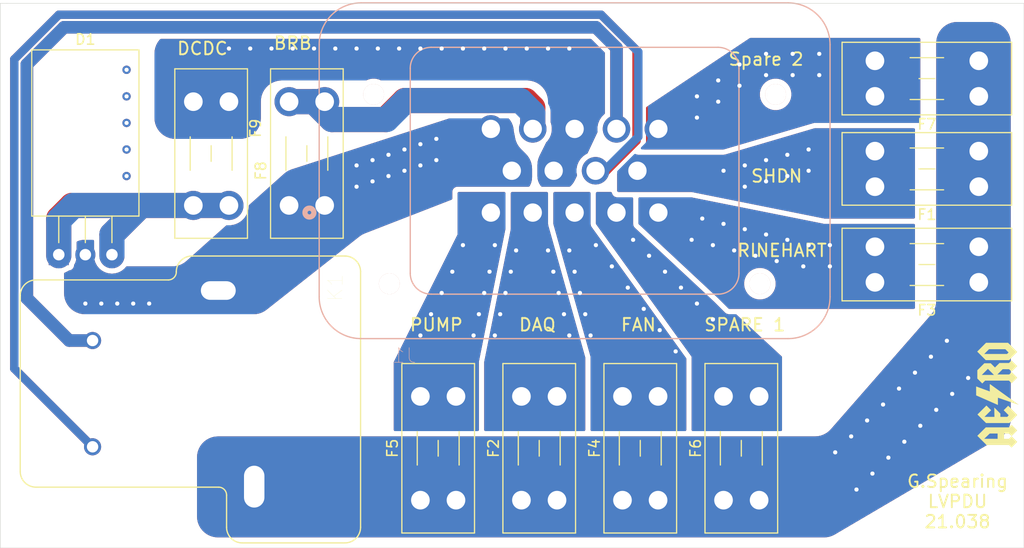
<source format=kicad_pcb>
(kicad_pcb (version 20171130) (host pcbnew 5.1.7-a382d34a8~88~ubuntu18.04.1)

  (general
    (thickness 1.6)
    (drawings 15)
    (tracks 183)
    (zones 0)
    (modules 14)
    (nets 15)
  )

  (page A4)
  (layers
    (0 F.Cu signal)
    (31 B.Cu signal)
    (32 B.Adhes user)
    (33 F.Adhes user)
    (34 B.Paste user)
    (35 F.Paste user)
    (36 B.SilkS user)
    (37 F.SilkS user)
    (38 B.Mask user)
    (39 F.Mask user)
    (40 Dwgs.User user)
    (41 Cmts.User user)
    (42 Eco1.User user)
    (43 Eco2.User user)
    (44 Edge.Cuts user)
    (45 Margin user)
    (46 B.CrtYd user)
    (47 F.CrtYd user)
    (48 B.Fab user hide)
    (49 F.Fab user hide)
  )

  (setup
    (last_trace_width 0.25)
    (user_trace_width 0.8)
    (user_trace_width 1)
    (user_trace_width 1.2)
    (user_trace_width 2.4)
    (trace_clearance 0.2)
    (zone_clearance 0.508)
    (zone_45_only no)
    (trace_min 0.2)
    (via_size 0.8)
    (via_drill 0.4)
    (via_min_size 0.4)
    (via_min_drill 0.3)
    (uvia_size 0.3)
    (uvia_drill 0.1)
    (uvias_allowed no)
    (uvia_min_size 0.2)
    (uvia_min_drill 0.1)
    (edge_width 0.05)
    (segment_width 0.2)
    (pcb_text_width 0.3)
    (pcb_text_size 1.5 1.5)
    (mod_edge_width 0.12)
    (mod_text_size 1 1)
    (mod_text_width 0.15)
    (pad_size 1.524 1.524)
    (pad_drill 0.762)
    (pad_to_mask_clearance 0)
    (aux_axis_origin 0 0)
    (visible_elements FFFFFF7F)
    (pcbplotparams
      (layerselection 0x010fc_ffffffff)
      (usegerberextensions false)
      (usegerberattributes true)
      (usegerberadvancedattributes true)
      (creategerberjobfile true)
      (excludeedgelayer true)
      (linewidth 0.100000)
      (plotframeref false)
      (viasonmask false)
      (mode 1)
      (useauxorigin false)
      (hpglpennumber 1)
      (hpglpenspeed 20)
      (hpglpendiameter 15.000000)
      (psnegative false)
      (psa4output false)
      (plotreference true)
      (plotvalue true)
      (plotinvisibletext false)
      (padsonsilk false)
      (subtractmaskfromsilk false)
      (outputformat 1)
      (mirror false)
      (drillshape 1)
      (scaleselection 1)
      (outputdirectory ""))
  )

  (net 0 "")
  (net 1 /DCDC_IN)
  (net 2 /BATT_IN)
  (net 3 +12V)
  (net 4 /SHUTDOWN_OUT)
  (net 5 /DAQ)
  (net 6 /RINEHART)
  (net 7 /RADIATOR)
  (net 8 /PUMP)
  (net 9 /TO_BRB)
  (net 10 GND)
  (net 11 /FROM_BRB)
  (net 12 /12V_OUT_1)
  (net 13 /12V_OUT_2)
  (net 14 /DCDC_Fused)

  (net_class Default "This is the default net class."
    (clearance 0.2)
    (trace_width 0.25)
    (via_dia 0.8)
    (via_drill 0.4)
    (uvia_dia 0.3)
    (uvia_drill 0.1)
    (add_net +12V)
    (add_net /12V_OUT_1)
    (add_net /12V_OUT_2)
    (add_net /BATT_IN)
    (add_net /DAQ)
    (add_net /DCDC_Fused)
    (add_net /DCDC_IN)
    (add_net /FROM_BRB)
    (add_net /PUMP)
    (add_net /RADIATOR)
    (add_net /RINEHART)
    (add_net /SHUTDOWN_OUT)
    (add_net /TO_BRB)
    (add_net GND)
  )

  (module AERO_CUSTOM:AERO_Logo_10x4mm (layer F.Cu) (tedit 0) (tstamp 60380DFA)
    (at 237.49 74.295 90)
    (fp_text reference G*** (at 0 0 90) (layer F.SilkS) hide
      (effects (font (size 1.524 1.524) (thickness 0.3)))
    )
    (fp_text value LOGO (at 0.75 0 90) (layer F.SilkS) hide
      (effects (font (size 1.524 1.524) (thickness 0.3)))
    )
    (fp_poly (pts (xy 0.594221 -1.374862) (xy 0.354968 -0.722385) (xy 0.717059 -0.722385) (xy 0.853644 -0.722106)
      (xy 0.949683 -0.720764) (xy 1.011233 -0.717601) (xy 1.044352 -0.711857) (xy 1.055098 -0.702775)
      (xy 1.049529 -0.689597) (xy 1.04285 -0.681606) (xy 1.024199 -0.657081) (xy 0.981096 -0.598426)
      (xy 0.91624 -0.509389) (xy 0.83233 -0.39372) (xy 0.732061 -0.25517) (xy 0.618134 -0.097489)
      (xy 0.493246 0.075575) (xy 0.360094 0.26027) (xy 0.221378 0.452846) (xy 0.079794 0.649555)
      (xy -0.061959 0.846645) (xy -0.201183 1.040368) (xy -0.33518 1.226972) (xy -0.461252 1.402708)
      (xy -0.576701 1.563827) (xy -0.67883 1.706578) (xy -0.764939 1.827211) (xy -0.832331 1.921976)
      (xy -0.878309 1.987123) (xy -0.900173 2.018903) (xy -0.900652 2.019655) (xy -0.898812 2.007273)
      (xy -0.882983 1.955011) (xy -0.854541 1.86699) (xy -0.814862 1.74733) (xy -0.765324 1.600151)
      (xy -0.707302 1.429575) (xy -0.642173 1.23972) (xy -0.580239 1.060454) (xy -0.509049 0.854915)
      (xy -0.442772 0.663314) (xy -0.382925 0.490054) (xy -0.331024 0.33954) (xy -0.288589 0.216175)
      (xy -0.257135 0.124363) (xy -0.23818 0.068509) (xy -0.233027 0.05261) (xy -0.254981 0.050511)
      (xy -0.315447 0.048732) (xy -0.406333 0.047414) (xy -0.519545 0.046696) (xy -0.579325 0.046605)
      (xy -0.925622 0.046605) (xy -0.665354 -0.541789) (xy -0.583068 -0.727996) (xy -0.494257 -0.929277)
      (xy -0.404488 -1.132995) (xy -0.319327 -1.326516) (xy -0.244339 -1.497202) (xy -0.208576 -1.578762)
      (xy -0.012066 -2.027339) (xy 0.833473 -2.027339) (xy 0.594221 -1.374862)) (layer F.SilkS) (width 0.01))
    (fp_poly (pts (xy -3.477698 -1.508623) (xy -3.075963 -1.106395) (xy -3.075963 1.105415) (xy -2.954085 1.228826)
      (xy -2.832208 1.352236) (xy -3.09998 1.620008) (xy -3.367752 1.887779) (xy -3.902032 1.351979)
      (xy -3.658532 1.105415) (xy -3.658532 0.629174) (xy -4.171192 0.629174) (xy -4.171192 1.105415)
      (xy -4.049315 1.228826) (xy -3.927437 1.352236) (xy -4.195209 1.620008) (xy -4.462981 1.887779)
      (xy -4.997261 1.351979) (xy -4.753761 1.105415) (xy -4.753761 0.023303) (xy -4.171192 0.023303)
      (xy -3.658532 0.023303) (xy -3.658532 -0.735332) (xy -3.913681 -1.002666) (xy -4.168831 -1.27)
      (xy -4.170011 -0.623349) (xy -4.171192 0.023303) (xy -4.753761 0.023303) (xy -4.753761 -1.037433)
      (xy -4.316597 -1.474142) (xy -3.879434 -1.910851) (xy -3.477698 -1.508623)) (layer F.SilkS) (width 0.01))
    (fp_poly (pts (xy -1.416608 -1.47486) (xy -0.991063 -1.048849) (xy -1.21171 -0.827281) (xy -1.432356 -0.605713)
      (xy -2.073944 -1.246073) (xy -2.073944 -0.277684) (xy -1.189008 -0.291284) (xy -1.473833 -0.005826)
      (xy -1.758658 0.279633) (xy -2.073944 0.279633) (xy -2.073944 0.953041) (xy -1.990882 1.016396)
      (xy -1.90782 1.07975) (xy -1.432564 0.606112) (xy -1.01212 1.026556) (xy -1.444776 1.457039)
      (xy -1.561006 1.57228) (xy -1.666275 1.675877) (xy -1.75613 1.763512) (xy -1.82612 1.830866)
      (xy -1.871792 1.873621) (xy -1.888568 1.887523) (xy -1.907491 1.871751) (xy -1.954481 1.827522)
      (xy -2.024781 1.759462) (xy -2.113633 1.672199) (xy -2.21628 1.570361) (xy -2.278108 1.508596)
      (xy -2.656513 1.129669) (xy -2.656513 -1.081938) (xy -2.249333 -1.491404) (xy -1.842152 -1.900871)
      (xy -1.416608 -1.47486)) (layer F.SilkS) (width 0.01))
    (fp_poly (pts (xy 3.052661 -1.246114) (xy 3.052661 -0.641748) (xy 2.645809 -0.233002) (xy 2.860886 -0.017026)
      (xy 3.075964 0.198949) (xy 3.075964 1.105415) (xy 3.197841 1.228826) (xy 3.319719 1.352236)
      (xy 3.051947 1.620008) (xy 2.784175 1.887779) (xy 2.261465 1.363211) (xy 2.491377 1.106881)
      (xy 2.492386 0.803547) (xy 2.493395 0.500214) (xy 2.237065 0.244679) (xy 1.980734 -0.010857)
      (xy 1.980734 1.131935) (xy 2.097505 1.246951) (xy 2.214276 1.361966) (xy 1.952243 1.624744)
      (xy 1.862409 1.713933) (xy 1.783925 1.790151) (xy 1.722682 1.847811) (xy 1.684576 1.881323)
      (xy 1.675144 1.887523) (xy 1.654733 1.87152) (xy 1.608141 1.827324) (xy 1.541156 1.760657)
      (xy 1.459566 1.677241) (xy 1.405051 1.620528) (xy 1.150023 1.353533) (xy 1.274094 1.231003)
      (xy 1.398166 1.108473) (xy 1.398166 -0.314816) (xy 1.934129 -0.314816) (xy 2.231125 -0.611812)
      (xy 2.528121 -0.908807) (xy 1.934129 -1.502799) (xy 1.934129 -0.314816) (xy 1.398166 -0.314816)
      (xy 1.398166 -1.175438) (xy 1.264759 -1.310251) (xy 1.131352 -1.445065) (xy 1.363358 -1.677945)
      (xy 1.595365 -1.910826) (xy 2.389135 -1.910826) (xy 3.052661 -1.246114)) (layer F.SilkS) (width 0.01))
    (fp_poly (pts (xy 4.590646 -1.503024) (xy 5.010092 -1.084064) (xy 5.010092 1.01413) (xy 4.135758 1.887556)
      (xy 3.745677 1.496968) (xy 3.355597 1.106381) (xy 3.355597 0.91824) (xy 3.938166 0.91824)
      (xy 4.012973 0.995422) (xy 4.087781 1.072604) (xy 4.246001 0.915597) (xy 4.404221 0.758589)
      (xy 4.404221 -0.804819) (xy 4.171193 -1.036973) (xy 3.938166 -1.269126) (xy 3.938166 0.91824)
      (xy 3.355597 0.91824) (xy 3.355597 -1.10738) (xy 3.763398 -1.514682) (xy 4.1712 -1.921985)
      (xy 4.590646 -1.503024)) (layer F.SilkS) (width 0.01))
  )

  (module Package_TO_SOT_THT:TO-220-3_Horizontal_TabDown (layer F.Cu) (tedit 5AC8BA0D) (tstamp 6020A853)
    (at 147.828 60.856)
    (descr "TO-220-3, Horizontal, RM 2.54mm, see https://www.vishay.com/docs/66542/to-220-1.pdf")
    (tags "TO-220-3 Horizontal RM 2.54mm")
    (path /5FFCA662)
    (fp_text reference D1 (at 2.54 -20.58) (layer F.SilkS)
      (effects (font (size 1 1) (thickness 0.15)))
    )
    (fp_text value D_Schottky_AKA (at 2.54 2) (layer F.Fab)
      (effects (font (size 1 1) (thickness 0.15)))
    )
    (fp_line (start 7.79 -19.71) (end -2.71 -19.71) (layer F.CrtYd) (width 0.05))
    (fp_line (start 7.79 1.25) (end 7.79 -19.71) (layer F.CrtYd) (width 0.05))
    (fp_line (start -2.71 1.25) (end 7.79 1.25) (layer F.CrtYd) (width 0.05))
    (fp_line (start -2.71 -19.71) (end -2.71 1.25) (layer F.CrtYd) (width 0.05))
    (fp_line (start 5.08 -3.69) (end 5.08 -1.15) (layer F.SilkS) (width 0.12))
    (fp_line (start 2.54 -3.69) (end 2.54 -1.15) (layer F.SilkS) (width 0.12))
    (fp_line (start 0 -3.69) (end 0 -1.15) (layer F.SilkS) (width 0.12))
    (fp_line (start 7.66 -19.58) (end 7.66 -3.69) (layer F.SilkS) (width 0.12))
    (fp_line (start -2.58 -19.58) (end -2.58 -3.69) (layer F.SilkS) (width 0.12))
    (fp_line (start -2.58 -19.58) (end 7.66 -19.58) (layer F.SilkS) (width 0.12))
    (fp_line (start -2.58 -3.69) (end 7.66 -3.69) (layer F.SilkS) (width 0.12))
    (fp_line (start 5.08 -3.81) (end 5.08 0) (layer F.Fab) (width 0.1))
    (fp_line (start 2.54 -3.81) (end 2.54 0) (layer F.Fab) (width 0.1))
    (fp_line (start 0 -3.81) (end 0 0) (layer F.Fab) (width 0.1))
    (fp_line (start 7.54 -3.81) (end -2.46 -3.81) (layer F.Fab) (width 0.1))
    (fp_line (start 7.54 -13.06) (end 7.54 -3.81) (layer F.Fab) (width 0.1))
    (fp_line (start -2.46 -13.06) (end 7.54 -13.06) (layer F.Fab) (width 0.1))
    (fp_line (start -2.46 -3.81) (end -2.46 -13.06) (layer F.Fab) (width 0.1))
    (fp_line (start 7.54 -13.06) (end -2.46 -13.06) (layer F.Fab) (width 0.1))
    (fp_line (start 7.54 -19.46) (end 7.54 -13.06) (layer F.Fab) (width 0.1))
    (fp_line (start -2.46 -19.46) (end 7.54 -19.46) (layer F.Fab) (width 0.1))
    (fp_line (start -2.46 -13.06) (end -2.46 -19.46) (layer F.Fab) (width 0.1))
    (fp_circle (center 2.54 -16.66) (end 4.39 -16.66) (layer F.Fab) (width 0.1))
    (fp_text user %R (at 2.54 -20.58) (layer F.Fab)
      (effects (font (size 1 1) (thickness 0.15)))
    )
    (pad 3 thru_hole oval (at 5.08 0) (size 1.905 2) (drill 1.1) (layers *.Cu *.Mask)
      (net 14 /DCDC_Fused))
    (pad 2 thru_hole oval (at 2.54 0) (size 1.905 2) (drill 1.1) (layers *.Cu *.Mask)
      (net 2 /BATT_IN))
    (pad 1 thru_hole rect (at 0 0) (size 1.905 2) (drill 1.1) (layers *.Cu *.Mask)
      (net 14 /DCDC_Fused))
    (pad "" np_thru_hole oval (at 2.54 -16.66) (size 3.5 3.5) (drill 3.5) (layers *.Cu *.Mask))
    (model ${KISYS3DMOD}/Package_TO_SOT_THT.3dshapes/TO-220-3_Horizontal_TabDown.wrl
      (at (xyz 0 0 0))
      (scale (xyz 1 1 1))
      (rotate (xyz 0 0 0))
    )
  )

  (module AERO_CUSTOM:Fuseholder_Blade_Mini_Keystone_3568 (layer F.Cu) (tedit 5E700673) (tstamp 60209C04)
    (at 164.084 46.228 270)
    (descr "fuse holder, car blade fuse mini, http://www.keyelco.com/product-pdf.cfm?p=306")
    (tags "car blade fuse mini")
    (path /6023B958)
    (fp_text reference F9 (at 2.54 -2.54 270) (layer F.SilkS)
      (effects (font (size 1 1) (thickness 0.15)))
    )
    (fp_text value "3568 Mini Blade" (at 4.96 6.07 270) (layer F.Fab)
      (effects (font (size 1 1) (thickness 0.15)))
    )
    (fp_line (start 13.21 -1.92) (end -3.29 -1.92) (layer F.CrtYd) (width 0.05))
    (fp_line (start 13.21 5.32) (end 13.21 -1.92) (layer F.CrtYd) (width 0.05))
    (fp_line (start -3.29 5.32) (end 13.21 5.32) (layer F.CrtYd) (width 0.05))
    (fp_line (start -3.29 -1.92) (end -3.29 5.32) (layer F.CrtYd) (width 0.05))
    (fp_line (start 3.36 -0.3) (end 6.56 -0.3) (layer F.SilkS) (width 0.12))
    (fp_line (start 6.56 3.7) (end 3.36 3.7) (layer F.SilkS) (width 0.12))
    (fp_line (start 4.21 1.7) (end 5.71 1.7) (layer F.SilkS) (width 0.12))
    (fp_line (start 13.06 -1.77) (end -3.14 -1.77) (layer F.SilkS) (width 0.12))
    (fp_line (start 13.06 5.17) (end 13.06 -1.77) (layer F.SilkS) (width 0.12))
    (fp_line (start -3.14 5.17) (end 13.06 5.17) (layer F.SilkS) (width 0.12))
    (fp_line (start -3.14 -1.77) (end -3.14 5.17) (layer F.SilkS) (width 0.12))
    (fp_line (start 12.96 -1.67) (end -3.04 -1.67) (layer F.Fab) (width 0.1))
    (fp_line (start 12.96 5.07) (end 12.96 -1.67) (layer F.Fab) (width 0.1))
    (fp_line (start -3.04 5.07) (end 12.96 5.07) (layer F.Fab) (width 0.1))
    (fp_line (start -3.04 -1.67) (end -3.04 5.07) (layer F.Fab) (width 0.1))
    (fp_text user %R (at 4.96 1.7 270) (layer F.Fab)
      (effects (font (size 1 1) (thickness 0.15)))
    )
    (pad 1 thru_hole circle (at 0 0 270) (size 2.78 2.78) (drill 1.78) (layers *.Cu *.Mask)
      (net 1 /DCDC_IN))
    (pad 1 thru_hole circle (at 0 3.4 270) (size 2.78 2.78) (drill 1.78) (layers *.Cu *.Mask)
      (net 1 /DCDC_IN))
    (pad 2 thru_hole circle (at 9.92 0 270) (size 2.78 2.78) (drill 1.78) (layers *.Cu *.Mask)
      (net 14 /DCDC_Fused))
    (pad 2 thru_hole circle (at 9.92 3.4 270) (size 2.78 2.78) (drill 1.78) (layers *.Cu *.Mask)
      (net 14 /DCDC_Fused))
    (model "${AERO_3D}/Keystone 3568 with fuse.STEP"
      (offset (xyz -0.7366 -3.581399999999999 0))
      (scale (xyz 1 1 1))
      (rotate (xyz -90 0 0))
    )
  )

  (module AERO_CUSTOM:TE_1-776262-1_14pin_Vertical (layer B.Cu) (tedit 5CA51355) (tstamp 5FFD4CCF)
    (at 197.104 52.832)
    (path /5FFF0982)
    (fp_text reference J1 (at -16.2708 17.6691) (layer B.SilkS)
      (effects (font (size 1.40128 1.40128) (thickness 0.05)) (justify mirror))
    )
    (fp_text value Conn_01x14 (at -15.503 -18.0444) (layer B.SilkS) hide
      (effects (font (size 1.4008 1.4008) (thickness 0.05)) (justify mirror))
    )
    (fp_line (start -15.7 -9.8) (end -15.7 9.8) (layer B.SilkS) (width 0.127))
    (fp_line (start -13.7 11.8) (end 13.7 11.8) (layer B.SilkS) (width 0.127))
    (fp_line (start 15.7 9.8) (end 15.7 -9.8) (layer B.SilkS) (width 0.127))
    (fp_line (start 13.7 -11.8) (end -13.7 -11.8) (layer B.SilkS) (width 0.127))
    (fp_line (start 20.4 -16.05) (end -20.4 -16.05) (layer B.SilkS) (width 0.127))
    (fp_line (start -24.4 -12.05) (end -24.4 12.05) (layer B.SilkS) (width 0.127))
    (fp_line (start -20.4 16.05) (end 20.4 16.05) (layer B.SilkS) (width 0.127))
    (fp_line (start 24.4 12.05) (end 24.4 -12.05) (layer B.SilkS) (width 0.127))
    (fp_circle (center -25.333 4) (end -25.158 4) (layer B.SilkS) (width 0.5))
    (fp_line (start -24.65 -12.3) (end -24.65 12.3) (layer Eco1.User) (width 0.05))
    (fp_line (start -20.65 16.3) (end 20.65 16.3) (layer Eco1.User) (width 0.05))
    (fp_line (start 24.65 12.3) (end 24.65 -12.3) (layer Eco1.User) (width 0.05))
    (fp_line (start 20.65 -16.3) (end -20.65 -16.3) (layer Eco1.User) (width 0.05))
    (fp_line (start -15.7 -9.8) (end -15.7 9.8) (layer Eco2.User) (width 0.127))
    (fp_line (start -13.7 11.8) (end 13.7 11.8) (layer Eco2.User) (width 0.127))
    (fp_line (start 15.7 9.8) (end 15.7 -9.8) (layer Eco2.User) (width 0.127))
    (fp_line (start 13.7 -11.8) (end -13.7 -11.8) (layer Eco2.User) (width 0.127))
    (fp_line (start 20.4 -16.05) (end -20.4 -16.05) (layer Eco2.User) (width 0.127))
    (fp_line (start -24.4 -12.05) (end -24.4 12.05) (layer Eco2.User) (width 0.127))
    (fp_line (start -20.4 16.05) (end 20.4 16.05) (layer Eco2.User) (width 0.127))
    (fp_line (start 24.4 12.05) (end 24.4 -12.05) (layer Eco2.User) (width 0.127))
    (fp_arc (start 20.4 -12.05) (end 20.4 -16.05) (angle 90) (layer Eco2.User) (width 0.127))
    (fp_arc (start 20.4 12.05) (end 24.4 12.05) (angle 90) (layer Eco2.User) (width 0.127))
    (fp_arc (start -20.4 12.05) (end -20.4 16.05) (angle 90) (layer Eco2.User) (width 0.127))
    (fp_arc (start -20.4 -12.05) (end -24.4 -12.05) (angle 90) (layer Eco2.User) (width 0.127))
    (fp_arc (start -13.7 -9.8) (end -15.7 -9.8) (angle 90) (layer Eco2.User) (width 0.127))
    (fp_arc (start 13.7 -9.8) (end 13.7 -11.8) (angle 90) (layer Eco2.User) (width 0.127))
    (fp_arc (start 13.7 9.8) (end 15.7 9.8) (angle 90) (layer Eco2.User) (width 0.127))
    (fp_arc (start -13.7 9.8) (end -13.7 11.8) (angle 90) (layer Eco2.User) (width 0.127))
    (fp_arc (start -20.65 -12.3) (end -24.65 -12.3) (angle 90) (layer Eco1.User) (width 0.05))
    (fp_arc (start 20.65 -12.3) (end 20.65 -16.3) (angle 90) (layer Eco1.User) (width 0.05))
    (fp_arc (start 20.65 12.3) (end 24.65 12.3) (angle 90) (layer Eco1.User) (width 0.05))
    (fp_arc (start -20.65 12.3) (end -20.65 16.3) (angle 90) (layer Eco1.User) (width 0.05))
    (fp_arc (start 20.4 -12.05) (end 20.4 -16.05) (angle 90) (layer B.SilkS) (width 0.127))
    (fp_arc (start 20.4 12.05) (end 24.4 12.05) (angle 90) (layer B.SilkS) (width 0.127))
    (fp_arc (start -20.4 12.05) (end -20.4 16.05) (angle 90) (layer B.SilkS) (width 0.127))
    (fp_arc (start -20.4 -12.05) (end -24.4 -12.05) (angle 90) (layer B.SilkS) (width 0.127))
    (fp_arc (start -13.7 -9.8) (end -15.7 -9.8) (angle 90) (layer B.SilkS) (width 0.127))
    (fp_arc (start 13.7 -9.8) (end 13.7 -11.8) (angle 90) (layer B.SilkS) (width 0.127))
    (fp_arc (start 13.7 9.8) (end 15.7 9.8) (angle 90) (layer B.SilkS) (width 0.127))
    (fp_arc (start -13.7 9.8) (end -13.7 11.8) (angle 90) (layer B.SilkS) (width 0.127))
    (pad Hole np_thru_hole circle (at 19.2 -7.3) (size 2 2) (drill 2) (layers *.Cu *.Mask B.SilkS))
    (pad Hole np_thru_hole circle (at -19.2 -7.3) (size 2 2) (drill 2) (layers *.Cu *.Mask B.SilkS))
    (pad Hole np_thru_hole circle (at 17.7 10.8) (size 2 2) (drill 2) (layers *.Cu *.Mask B.SilkS))
    (pad Hole np_thru_hole circle (at -17.7 10.8) (size 2 2) (drill 2) (layers *.Cu *.Mask B.SilkS))
    (pad 14 thru_hole circle (at 8 -4) (size 2.625 2.625) (drill 1.75) (layers *.Cu *.Mask)
      (net 13 /12V_OUT_2))
    (pad 13 thru_hole circle (at 4 -4) (size 2.625 2.625) (drill 1.75) (layers *.Cu *.Mask)
      (net 11 /FROM_BRB))
    (pad 12 thru_hole circle (at 0 -4) (size 2.625 2.625) (drill 1.75) (layers *.Cu *.Mask)
      (net 1 /DCDC_IN))
    (pad 11 thru_hole circle (at -4 -4) (size 2.625 2.625) (drill 1.75) (layers *.Cu *.Mask)
      (net 9 /TO_BRB))
    (pad 10 thru_hole circle (at -8 -4) (size 2.625 2.625) (drill 1.75) (layers *.Cu *.Mask)
      (net 2 /BATT_IN))
    (pad 9 thru_hole circle (at 6 0) (size 2.625 2.625) (drill 1.75) (layers *.Cu *.Mask)
      (net 4 /SHUTDOWN_OUT))
    (pad 8 thru_hole circle (at 2 0) (size 2.625 2.625) (drill 1.75) (layers *.Cu *.Mask)
      (net 10 GND))
    (pad 7 thru_hole circle (at -2 0) (size 2.625 2.625) (drill 1.75) (layers *.Cu *.Mask)
      (net 1 /DCDC_IN))
    (pad 6 thru_hole circle (at -6 0) (size 2.625 2.625) (drill 1.75) (layers *.Cu *.Mask)
      (net 2 /BATT_IN))
    (pad 5 thru_hole circle (at 8 4) (size 2.625 2.625) (drill 1.75) (layers *.Cu *.Mask)
      (net 6 /RINEHART))
    (pad 4 thru_hole circle (at 4 4) (size 2.625 2.625) (drill 1.75) (layers *.Cu *.Mask)
      (net 12 /12V_OUT_1))
    (pad 3 thru_hole circle (at 0 4) (size 2.625 2.625) (drill 1.75) (layers *.Cu *.Mask)
      (net 7 /RADIATOR))
    (pad 2 thru_hole circle (at -4 4) (size 2.625 2.625) (drill 1.75) (layers *.Cu *.Mask)
      (net 5 /DAQ))
    (pad 1 thru_hole rect (at -8 4) (size 2.625 2.625) (drill 1.75) (layers *.Cu *.Mask)
      (net 8 /PUMP))
    (model /home/cullen/Documents/AERO/KiCad/libraries/Connector_TE-AMPSEAL.pretty/3d/c-1-776262-2-c-3d.stp
      (offset (xyz 0 0 34.28999948501587))
      (scale (xyz 1 1 1))
      (rotate (xyz 0 0 0))
    )
  )

  (module AERO_CUSTOM:Fuseholder_Blade_Mini_Keystone_3568 (layer F.Cu) (tedit 5E700673) (tstamp 602417B6)
    (at 173.228 46.228 270)
    (descr "fuse holder, car blade fuse mini, http://www.keyelco.com/product-pdf.cfm?p=306")
    (tags "car blade fuse mini")
    (path /6021FB68)
    (fp_text reference F8 (at 6.604 6.096 270) (layer F.SilkS)
      (effects (font (size 1 1) (thickness 0.15)))
    )
    (fp_text value "3568 Mini Blade" (at 4.96 6.07 270) (layer F.Fab)
      (effects (font (size 1 1) (thickness 0.15)))
    )
    (fp_line (start 13.21 -1.92) (end -3.29 -1.92) (layer F.CrtYd) (width 0.05))
    (fp_line (start 13.21 5.32) (end 13.21 -1.92) (layer F.CrtYd) (width 0.05))
    (fp_line (start -3.29 5.32) (end 13.21 5.32) (layer F.CrtYd) (width 0.05))
    (fp_line (start -3.29 -1.92) (end -3.29 5.32) (layer F.CrtYd) (width 0.05))
    (fp_line (start 3.36 -0.3) (end 6.56 -0.3) (layer F.SilkS) (width 0.12))
    (fp_line (start 6.56 3.7) (end 3.36 3.7) (layer F.SilkS) (width 0.12))
    (fp_line (start 4.21 1.7) (end 5.71 1.7) (layer F.SilkS) (width 0.12))
    (fp_line (start 13.06 -1.77) (end -3.14 -1.77) (layer F.SilkS) (width 0.12))
    (fp_line (start 13.06 5.17) (end 13.06 -1.77) (layer F.SilkS) (width 0.12))
    (fp_line (start -3.14 5.17) (end 13.06 5.17) (layer F.SilkS) (width 0.12))
    (fp_line (start -3.14 -1.77) (end -3.14 5.17) (layer F.SilkS) (width 0.12))
    (fp_line (start 12.96 -1.67) (end -3.04 -1.67) (layer F.Fab) (width 0.1))
    (fp_line (start 12.96 5.07) (end 12.96 -1.67) (layer F.Fab) (width 0.1))
    (fp_line (start -3.04 5.07) (end 12.96 5.07) (layer F.Fab) (width 0.1))
    (fp_line (start -3.04 -1.67) (end -3.04 5.07) (layer F.Fab) (width 0.1))
    (fp_text user %R (at 4.96 1.7 270) (layer F.Fab)
      (effects (font (size 1 1) (thickness 0.15)))
    )
    (pad 1 thru_hole circle (at 0 0 270) (size 2.78 2.78) (drill 1.78) (layers *.Cu *.Mask)
      (net 9 /TO_BRB))
    (pad 1 thru_hole circle (at 0 3.4 270) (size 2.78 2.78) (drill 1.78) (layers *.Cu *.Mask)
      (net 9 /TO_BRB))
    (pad 2 thru_hole circle (at 9.92 0 270) (size 2.78 2.78) (drill 1.78) (layers *.Cu *.Mask)
      (net 2 /BATT_IN))
    (pad 2 thru_hole circle (at 9.92 3.4 270) (size 2.78 2.78) (drill 1.78) (layers *.Cu *.Mask)
      (net 2 /BATT_IN))
    (model "${AERO_3D}/Keystone 3568 with fuse.STEP"
      (offset (xyz -0.7366 -3.581399999999999 0))
      (scale (xyz 1 1 1))
      (rotate (xyz -90 0 0))
    )
  )

  (module AERO_CUSTOM:Fuseholder_Blade_Mini_Keystone_3568 (layer F.Cu) (tedit 5E700673) (tstamp 60207FC3)
    (at 235.712 45.72 180)
    (descr "fuse holder, car blade fuse mini, http://www.keyelco.com/product-pdf.cfm?p=306")
    (tags "car blade fuse mini")
    (path /602183CF)
    (fp_text reference F7 (at 4.96 -2.67 180) (layer F.SilkS)
      (effects (font (size 1 1) (thickness 0.15)))
    )
    (fp_text value "3568 Mini Blade" (at 4.96 6.07 180) (layer F.Fab)
      (effects (font (size 1 1) (thickness 0.15)))
    )
    (fp_line (start 13.21 -1.92) (end -3.29 -1.92) (layer F.CrtYd) (width 0.05))
    (fp_line (start 13.21 5.32) (end 13.21 -1.92) (layer F.CrtYd) (width 0.05))
    (fp_line (start -3.29 5.32) (end 13.21 5.32) (layer F.CrtYd) (width 0.05))
    (fp_line (start -3.29 -1.92) (end -3.29 5.32) (layer F.CrtYd) (width 0.05))
    (fp_line (start 3.36 -0.3) (end 6.56 -0.3) (layer F.SilkS) (width 0.12))
    (fp_line (start 6.56 3.7) (end 3.36 3.7) (layer F.SilkS) (width 0.12))
    (fp_line (start 4.21 1.7) (end 5.71 1.7) (layer F.SilkS) (width 0.12))
    (fp_line (start 13.06 -1.77) (end -3.14 -1.77) (layer F.SilkS) (width 0.12))
    (fp_line (start 13.06 5.17) (end 13.06 -1.77) (layer F.SilkS) (width 0.12))
    (fp_line (start -3.14 5.17) (end 13.06 5.17) (layer F.SilkS) (width 0.12))
    (fp_line (start -3.14 -1.77) (end -3.14 5.17) (layer F.SilkS) (width 0.12))
    (fp_line (start 12.96 -1.67) (end -3.04 -1.67) (layer F.Fab) (width 0.1))
    (fp_line (start 12.96 5.07) (end 12.96 -1.67) (layer F.Fab) (width 0.1))
    (fp_line (start -3.04 5.07) (end 12.96 5.07) (layer F.Fab) (width 0.1))
    (fp_line (start -3.04 -1.67) (end -3.04 5.07) (layer F.Fab) (width 0.1))
    (fp_text user %R (at 4.96 1.7 180) (layer F.Fab)
      (effects (font (size 1 1) (thickness 0.15)))
    )
    (pad 1 thru_hole circle (at 0 0 180) (size 2.78 2.78) (drill 1.78) (layers *.Cu *.Mask)
      (net 3 +12V))
    (pad 1 thru_hole circle (at 0 3.4 180) (size 2.78 2.78) (drill 1.78) (layers *.Cu *.Mask)
      (net 3 +12V))
    (pad 2 thru_hole circle (at 9.92 0 180) (size 2.78 2.78) (drill 1.78) (layers *.Cu *.Mask)
      (net 13 /12V_OUT_2))
    (pad 2 thru_hole circle (at 9.92 3.4 180) (size 2.78 2.78) (drill 1.78) (layers *.Cu *.Mask)
      (net 13 /12V_OUT_2))
    (model "${AERO_3D}/Keystone 3568 with fuse.STEP"
      (offset (xyz -0.7366 -3.581399999999999 0))
      (scale (xyz 1 1 1))
      (rotate (xyz -90 0 0))
    )
  )

  (module AERO_CUSTOM:RELAY_T9VV1K15-12S (layer F.Cu) (tedit 5E50674C) (tstamp 5FFD4D16)
    (at 163.068 73.66 270)
    (path /5FFBBBA5)
    (fp_text reference K1 (at -9.652 -11.176 90) (layer F.SilkS)
      (effects (font (size 1.400906 1.400906) (thickness 0.015)))
    )
    (fp_text value T9VV1K15-12S (at 5.265 21.58165 90) (layer F.Fab)
      (effects (font (size 1.401496 1.401496) (thickness 0.015)))
    )
    (fp_line (start -5.08 8.49) (end -5.08 7.62) (layer F.Fab) (width 0.127))
    (fp_line (start -5.08 7.62) (end -2.54 7.62) (layer F.Fab) (width 0.127))
    (fp_line (start 5.08 7.62) (end 5.08 8.49) (layer F.Fab) (width 0.127))
    (fp_line (start 2.54 7.62) (end 5.08 7.62) (layer F.Fab) (width 0.127))
    (fp_circle (center -5.08 0) (end -4.7625 0) (layer F.Fab) (width 0.127))
    (fp_circle (center 7.29 0) (end 7.6075 0) (layer F.Fab) (width 0.127))
    (fp_line (start -4.71 0) (end -1.27 0) (layer F.Fab) (width 0.127))
    (fp_line (start -1.27 0) (end 1.27 1.27) (layer F.Fab) (width 0.127))
    (fp_line (start 1.27 0) (end 6.92 0) (layer F.Fab) (width 0.127))
    (fp_circle (center 5.08 8.89) (end 5.3975 8.89) (layer F.Fab) (width 0.127))
    (fp_circle (center -5.08 8.89) (end -4.7625 8.89) (layer F.Fab) (width 0.127))
    (fp_line (start 7.92258 18.9209) (end -8.88918 18.9209) (layer F.Fab) (width 0.127))
    (fp_line (start 14.755 -12.089) (end 14.755 -2.28922) (layer F.Fab) (width 0.127))
    (fp_line (start 9.4227 -0.0271) (end 9.4227 17.4208) (layer F.Fab) (width 0.127))
    (fp_line (start -11.1513 4.0109) (end -11.1752 4.0109) (layer F.Fab) (width 0.127))
    (fp_line (start 13.2546 -0.7891) (end 10.1847 -0.7891) (layer F.Fab) (width 0.127))
    (fp_line (start -10.3893 17.4208) (end -10.3893 4.7729) (layer F.Fab) (width 0.127))
    (fp_line (start -12.675 2.51078) (end -12.675 -12.089) (layer F.Fab) (width 0.127))
    (fp_line (start -11.1752 -13.5891) (end 13.2546 -13.5891) (layer F.Fab) (width 0.127))
    (fp_line (start 7.92258 18.9209) (end -8.88918 18.9209) (layer F.SilkS) (width 0.127))
    (fp_line (start 14.755 -12.089) (end 14.755 -2.28922) (layer F.SilkS) (width 0.127))
    (fp_line (start 9.4227 -0.0271) (end 9.4227 17.4208) (layer F.SilkS) (width 0.127))
    (fp_line (start -11.1513 4.0109) (end -11.1752 4.0109) (layer F.SilkS) (width 0.127))
    (fp_line (start 13.2546 -0.7891) (end 10.1847 -0.7891) (layer F.SilkS) (width 0.127))
    (fp_line (start -10.3893 17.4208) (end -10.3893 4.7729) (layer F.SilkS) (width 0.127))
    (fp_line (start -12.675 2.51078) (end -12.675 -12.089) (layer F.SilkS) (width 0.127))
    (fp_line (start -11.1752 -13.5891) (end 13.2546 -13.5891) (layer F.SilkS) (width 0.127))
    (fp_line (start -12.925 2.51078) (end -12.925 -12.089) (layer F.CrtYd) (width 0.05))
    (fp_line (start -11.1752 -13.8391) (end 13.2546 -13.8391) (layer F.CrtYd) (width 0.05))
    (fp_line (start 15.005 -12.089) (end 15.005 -2.28922) (layer F.CrtYd) (width 0.05))
    (fp_line (start 13.2546 -0.5391) (end 10.4347 -0.5391) (layer F.CrtYd) (width 0.05))
    (fp_line (start 9.6727 0.2229) (end 9.6727 17.4208) (layer F.CrtYd) (width 0.05))
    (fp_line (start 7.92258 19.1709) (end -8.88918 19.1709) (layer F.CrtYd) (width 0.05))
    (fp_line (start -10.6393 17.4208) (end -10.6393 5.0229) (layer F.CrtYd) (width 0.05))
    (fp_line (start -10.6393 5.0229) (end -10.6393 4.7729) (layer F.CrtYd) (width 0.05))
    (fp_arc (start -1.905 7.62) (end -1.27 7.62) (angle -180) (layer F.Fab) (width 0.127))
    (fp_arc (start -0.635 7.62) (end 0 7.62) (angle -180) (layer F.Fab) (width 0.127))
    (fp_arc (start 0.635 7.62) (end 1.27 7.62) (angle -180) (layer F.Fab) (width 0.127))
    (fp_arc (start 1.905 7.62) (end 2.54 7.62) (angle -180) (layer F.Fab) (width 0.127))
    (fp_arc (start 7.922587 17.420787) (end 7.92258 18.9209) (angle -89.9998) (layer F.Fab) (width 0.127))
    (fp_arc (start 13.254734 -2.28936) (end 13.2546 -0.789094) (angle -89.9998) (layer F.Fab) (width 0.127))
    (fp_arc (start 13.254597 -12.088997) (end 14.7547 -12.089) (angle -89.9998) (layer F.Fab) (width 0.127))
    (fp_arc (start -11.175047 -12.089147) (end -11.1752 -13.5891) (angle -89.9998) (layer F.Fab) (width 0.127))
    (fp_arc (start -11.175187 2.510787) (end -12.6753 2.51078) (angle -89.9998) (layer F.Fab) (width 0.127))
    (fp_arc (start -8.889187 17.420787) (end -10.3893 17.4208) (angle -89.9998) (layer F.Fab) (width 0.127))
    (fp_arc (start 10.1847 -0.0271) (end 10.1847 -0.7891) (angle -90) (layer F.Fab) (width 0.127))
    (fp_arc (start -11.1513 4.7729) (end -10.3893 4.7729) (angle -90) (layer F.Fab) (width 0.127))
    (fp_arc (start 7.922587 17.420787) (end 7.92258 18.9209) (angle -89.9998) (layer F.SilkS) (width 0.127))
    (fp_arc (start 13.254734 -2.28936) (end 13.2546 -0.789094) (angle -89.9998) (layer F.SilkS) (width 0.127))
    (fp_arc (start 13.254597 -12.088997) (end 14.7547 -12.089) (angle -89.9998) (layer F.SilkS) (width 0.127))
    (fp_arc (start -11.175047 -12.089147) (end -11.1752 -13.5891) (angle -89.9998) (layer F.SilkS) (width 0.127))
    (fp_arc (start -11.175187 2.510787) (end -12.6753 2.51078) (angle -89.9998) (layer F.SilkS) (width 0.127))
    (fp_arc (start -8.889187 17.420787) (end -10.3893 17.4208) (angle -89.9998) (layer F.SilkS) (width 0.127))
    (fp_arc (start 10.1847 -0.0271) (end 10.1847 -0.7891) (angle -90) (layer F.SilkS) (width 0.127))
    (fp_arc (start -11.1513 4.7729) (end -10.3893 4.7729) (angle -90) (layer F.SilkS) (width 0.127))
    (fp_arc (start -11.175047 -12.089147) (end -11.1752 -13.8391) (angle -89.9998) (layer F.CrtYd) (width 0.05))
    (fp_arc (start 13.254597 -12.088997) (end 15.0047 -12.089) (angle -89.9998) (layer F.CrtYd) (width 0.05))
    (fp_arc (start 13.254734 -2.28936) (end 13.2546 -0.539094) (angle -89.9998) (layer F.CrtYd) (width 0.05))
    (fp_arc (start 10.4347 0.2229) (end 10.4347 -0.5391) (angle -90) (layer F.CrtYd) (width 0.05))
    (fp_arc (start 7.922587 17.420787) (end 7.92258 19.1709) (angle -89.9998) (layer F.CrtYd) (width 0.05))
    (fp_arc (start -8.889187 17.420787) (end -10.6393 17.4208) (angle -89.9998) (layer F.CrtYd) (width 0.05))
    (fp_arc (start -11.300187 2.635787) (end -12.9253 2.51078) (angle -89.9998) (layer F.CrtYd) (width 0.05))
    (fp_arc (start -11.4013 5.0229) (end -10.6393 5.0229) (angle -90) (layer F.CrtYd) (width 0.05))
    (pad 1 thru_hole circle (at 5.565 12.01 270) (size 1.635 1.635) (drill 1.09) (layers *.Cu *.Mask)
      (net 10 GND))
    (pad 2 thru_hole circle (at -4.595 12.01 270) (size 1.635 1.635) (drill 1.09) (layers *.Cu *.Mask)
      (net 11 /FROM_BRB))
    (pad 4 thru_hole oval (at 9.375 -3.43 270) (size 5.85 2.925) (drill oval 4 1.95) (layers *.Cu *.Mask)
      (net 3 +12V))
    (pad 3 thru_hole oval (at -9.375 0 270) (size 2.67 5.34) (drill oval 1.78 3.33) (layers *.Cu *.Mask)
      (net 2 /BATT_IN))
    (model ${AERO_3D}/T9VV1K15-12S.STEP
      (offset (xyz 0.5588 -2.7432 0))
      (scale (xyz 1 1 1))
      (rotate (xyz 0 180 0))
    )
  )

  (module MountingHole:MountingHole_3.2mm_M3 (layer F.Cu) (tedit 56D1B4CB) (tstamp 6020CC1A)
    (at 221.488 70.612)
    (descr "Mounting Hole 3.2mm, no annular, M3")
    (tags "mounting hole 3.2mm no annular m3")
    (path /6000AF10)
    (attr virtual)
    (fp_text reference H1 (at 0 -4.2) (layer F.SilkS) hide
      (effects (font (size 1 1) (thickness 0.15)))
    )
    (fp_text value MountingHole (at 0 4.2) (layer F.Fab)
      (effects (font (size 1 1) (thickness 0.15)))
    )
    (fp_circle (center 0 0) (end 3.45 0) (layer F.CrtYd) (width 0.05))
    (fp_circle (center 0 0) (end 3.2 0) (layer Cmts.User) (width 0.15))
    (fp_text user %R (at 0.3 0) (layer F.Fab)
      (effects (font (size 1 1) (thickness 0.15)))
    )
    (pad 1 np_thru_hole circle (at 0 0) (size 3.2 3.2) (drill 3.2) (layers *.Cu *.Mask))
  )

  (module AERO_CUSTOM:Fuseholder_Blade_Mini_Keystone_3568 (layer F.Cu) (tedit 5E700673) (tstamp 5FFD4C70)
    (at 211.328 84.328 90)
    (descr "fuse holder, car blade fuse mini, http://www.keyelco.com/product-pdf.cfm?p=306")
    (tags "car blade fuse mini")
    (path /5FFB836C)
    (fp_text reference F6 (at 4.96 -2.67 270) (layer F.SilkS)
      (effects (font (size 1 1) (thickness 0.15)))
    )
    (fp_text value "3568 Mini Blade" (at 4.96 6.07 270) (layer F.Fab)
      (effects (font (size 1 1) (thickness 0.15)))
    )
    (fp_line (start -3.04 -1.67) (end -3.04 5.07) (layer F.Fab) (width 0.1))
    (fp_line (start -3.04 5.07) (end 12.96 5.07) (layer F.Fab) (width 0.1))
    (fp_line (start 12.96 5.07) (end 12.96 -1.67) (layer F.Fab) (width 0.1))
    (fp_line (start 12.96 -1.67) (end -3.04 -1.67) (layer F.Fab) (width 0.1))
    (fp_line (start -3.14 -1.77) (end -3.14 5.17) (layer F.SilkS) (width 0.12))
    (fp_line (start -3.14 5.17) (end 13.06 5.17) (layer F.SilkS) (width 0.12))
    (fp_line (start 13.06 5.17) (end 13.06 -1.77) (layer F.SilkS) (width 0.12))
    (fp_line (start 13.06 -1.77) (end -3.14 -1.77) (layer F.SilkS) (width 0.12))
    (fp_line (start 4.21 1.7) (end 5.71 1.7) (layer F.SilkS) (width 0.12))
    (fp_line (start 6.56 3.7) (end 3.36 3.7) (layer F.SilkS) (width 0.12))
    (fp_line (start 3.36 -0.3) (end 6.56 -0.3) (layer F.SilkS) (width 0.12))
    (fp_line (start -3.29 -1.92) (end -3.29 5.32) (layer F.CrtYd) (width 0.05))
    (fp_line (start -3.29 5.32) (end 13.21 5.32) (layer F.CrtYd) (width 0.05))
    (fp_line (start 13.21 5.32) (end 13.21 -1.92) (layer F.CrtYd) (width 0.05))
    (fp_line (start 13.21 -1.92) (end -3.29 -1.92) (layer F.CrtYd) (width 0.05))
    (fp_text user %R (at 4.96 1.7 270) (layer F.Fab)
      (effects (font (size 1 1) (thickness 0.15)))
    )
    (pad 1 thru_hole circle (at 0 0 90) (size 2.78 2.78) (drill 1.78) (layers *.Cu *.Mask)
      (net 3 +12V))
    (pad 1 thru_hole circle (at 0 3.4 90) (size 2.78 2.78) (drill 1.78) (layers *.Cu *.Mask)
      (net 3 +12V))
    (pad 2 thru_hole circle (at 9.92 0 90) (size 2.78 2.78) (drill 1.78) (layers *.Cu *.Mask)
      (net 12 /12V_OUT_1))
    (pad 2 thru_hole circle (at 9.92 3.4 90) (size 2.78 2.78) (drill 1.78) (layers *.Cu *.Mask)
      (net 12 /12V_OUT_1))
    (model "${AERO_3D}/Keystone 3568 with fuse.STEP"
      (offset (xyz -0.7366 -3.581399999999999 0))
      (scale (xyz 1 1 1))
      (rotate (xyz -90 0 0))
    )
  )

  (module AERO_CUSTOM:Fuseholder_Blade_Mini_Keystone_3568 (layer F.Cu) (tedit 5E700673) (tstamp 6020AC96)
    (at 182.372 84.328 90)
    (descr "fuse holder, car blade fuse mini, http://www.keyelco.com/product-pdf.cfm?p=306")
    (tags "car blade fuse mini")
    (path /5FFB7E33)
    (fp_text reference F5 (at 4.96 -2.67 270) (layer F.SilkS)
      (effects (font (size 1 1) (thickness 0.15)))
    )
    (fp_text value "3568 Mini Blade" (at 4.96 6.07 270) (layer F.Fab)
      (effects (font (size 1 1) (thickness 0.15)))
    )
    (fp_line (start -3.04 -1.67) (end -3.04 5.07) (layer F.Fab) (width 0.1))
    (fp_line (start -3.04 5.07) (end 12.96 5.07) (layer F.Fab) (width 0.1))
    (fp_line (start 12.96 5.07) (end 12.96 -1.67) (layer F.Fab) (width 0.1))
    (fp_line (start 12.96 -1.67) (end -3.04 -1.67) (layer F.Fab) (width 0.1))
    (fp_line (start -3.14 -1.77) (end -3.14 5.17) (layer F.SilkS) (width 0.12))
    (fp_line (start -3.14 5.17) (end 13.06 5.17) (layer F.SilkS) (width 0.12))
    (fp_line (start 13.06 5.17) (end 13.06 -1.77) (layer F.SilkS) (width 0.12))
    (fp_line (start 13.06 -1.77) (end -3.14 -1.77) (layer F.SilkS) (width 0.12))
    (fp_line (start 4.21 1.7) (end 5.71 1.7) (layer F.SilkS) (width 0.12))
    (fp_line (start 6.56 3.7) (end 3.36 3.7) (layer F.SilkS) (width 0.12))
    (fp_line (start 3.36 -0.3) (end 6.56 -0.3) (layer F.SilkS) (width 0.12))
    (fp_line (start -3.29 -1.92) (end -3.29 5.32) (layer F.CrtYd) (width 0.05))
    (fp_line (start -3.29 5.32) (end 13.21 5.32) (layer F.CrtYd) (width 0.05))
    (fp_line (start 13.21 5.32) (end 13.21 -1.92) (layer F.CrtYd) (width 0.05))
    (fp_line (start 13.21 -1.92) (end -3.29 -1.92) (layer F.CrtYd) (width 0.05))
    (fp_text user %R (at 4.96 1.7 270) (layer F.Fab)
      (effects (font (size 1 1) (thickness 0.15)))
    )
    (pad 1 thru_hole circle (at 0 0 90) (size 2.78 2.78) (drill 1.78) (layers *.Cu *.Mask)
      (net 3 +12V))
    (pad 1 thru_hole circle (at 0 3.4 90) (size 2.78 2.78) (drill 1.78) (layers *.Cu *.Mask)
      (net 3 +12V))
    (pad 2 thru_hole circle (at 9.92 0 90) (size 2.78 2.78) (drill 1.78) (layers *.Cu *.Mask)
      (net 8 /PUMP))
    (pad 2 thru_hole circle (at 9.92 3.4 90) (size 2.78 2.78) (drill 1.78) (layers *.Cu *.Mask)
      (net 8 /PUMP))
    (model "${AERO_3D}/Keystone 3568 with fuse.STEP"
      (offset (xyz -0.7366 -3.581399999999999 0))
      (scale (xyz 1 1 1))
      (rotate (xyz -90 0 0))
    )
  )

  (module AERO_CUSTOM:Fuseholder_Blade_Mini_Keystone_3568 (layer F.Cu) (tedit 5E700673) (tstamp 5FFD4C40)
    (at 201.676 84.328 90)
    (descr "fuse holder, car blade fuse mini, http://www.keyelco.com/product-pdf.cfm?p=306")
    (tags "car blade fuse mini")
    (path /5FFB7AA2)
    (fp_text reference F4 (at 4.96 -2.67 270) (layer F.SilkS)
      (effects (font (size 1 1) (thickness 0.15)))
    )
    (fp_text value "3568 Mini Blade" (at 4.96 6.07 270) (layer F.Fab)
      (effects (font (size 1 1) (thickness 0.15)))
    )
    (fp_line (start -3.04 -1.67) (end -3.04 5.07) (layer F.Fab) (width 0.1))
    (fp_line (start -3.04 5.07) (end 12.96 5.07) (layer F.Fab) (width 0.1))
    (fp_line (start 12.96 5.07) (end 12.96 -1.67) (layer F.Fab) (width 0.1))
    (fp_line (start 12.96 -1.67) (end -3.04 -1.67) (layer F.Fab) (width 0.1))
    (fp_line (start -3.14 -1.77) (end -3.14 5.17) (layer F.SilkS) (width 0.12))
    (fp_line (start -3.14 5.17) (end 13.06 5.17) (layer F.SilkS) (width 0.12))
    (fp_line (start 13.06 5.17) (end 13.06 -1.77) (layer F.SilkS) (width 0.12))
    (fp_line (start 13.06 -1.77) (end -3.14 -1.77) (layer F.SilkS) (width 0.12))
    (fp_line (start 4.21 1.7) (end 5.71 1.7) (layer F.SilkS) (width 0.12))
    (fp_line (start 6.56 3.7) (end 3.36 3.7) (layer F.SilkS) (width 0.12))
    (fp_line (start 3.36 -0.3) (end 6.56 -0.3) (layer F.SilkS) (width 0.12))
    (fp_line (start -3.29 -1.92) (end -3.29 5.32) (layer F.CrtYd) (width 0.05))
    (fp_line (start -3.29 5.32) (end 13.21 5.32) (layer F.CrtYd) (width 0.05))
    (fp_line (start 13.21 5.32) (end 13.21 -1.92) (layer F.CrtYd) (width 0.05))
    (fp_line (start 13.21 -1.92) (end -3.29 -1.92) (layer F.CrtYd) (width 0.05))
    (fp_text user %R (at 4.96 1.7 270) (layer F.Fab)
      (effects (font (size 1 1) (thickness 0.15)))
    )
    (pad 1 thru_hole circle (at 0 0 90) (size 2.78 2.78) (drill 1.78) (layers *.Cu *.Mask)
      (net 3 +12V))
    (pad 1 thru_hole circle (at 0 3.4 90) (size 2.78 2.78) (drill 1.78) (layers *.Cu *.Mask)
      (net 3 +12V))
    (pad 2 thru_hole circle (at 9.92 0 90) (size 2.78 2.78) (drill 1.78) (layers *.Cu *.Mask)
      (net 7 /RADIATOR))
    (pad 2 thru_hole circle (at 9.92 3.4 90) (size 2.78 2.78) (drill 1.78) (layers *.Cu *.Mask)
      (net 7 /RADIATOR))
    (model "${AERO_3D}/Keystone 3568 with fuse.STEP"
      (offset (xyz -0.7366 -3.581399999999999 0))
      (scale (xyz 1 1 1))
      (rotate (xyz -90 0 0))
    )
  )

  (module AERO_CUSTOM:Fuseholder_Blade_Mini_Keystone_3568 (layer F.Cu) (tedit 5E700673) (tstamp 5FFD4C28)
    (at 235.712 63.5 180)
    (descr "fuse holder, car blade fuse mini, http://www.keyelco.com/product-pdf.cfm?p=306")
    (tags "car blade fuse mini")
    (path /5FFB7607)
    (fp_text reference F3 (at 4.96 -2.67 180) (layer F.SilkS)
      (effects (font (size 1 1) (thickness 0.15)))
    )
    (fp_text value "3568 Mini Blade" (at 4.96 6.07 180) (layer F.Fab)
      (effects (font (size 1 1) (thickness 0.15)))
    )
    (fp_line (start -3.04 -1.67) (end -3.04 5.07) (layer F.Fab) (width 0.1))
    (fp_line (start -3.04 5.07) (end 12.96 5.07) (layer F.Fab) (width 0.1))
    (fp_line (start 12.96 5.07) (end 12.96 -1.67) (layer F.Fab) (width 0.1))
    (fp_line (start 12.96 -1.67) (end -3.04 -1.67) (layer F.Fab) (width 0.1))
    (fp_line (start -3.14 -1.77) (end -3.14 5.17) (layer F.SilkS) (width 0.12))
    (fp_line (start -3.14 5.17) (end 13.06 5.17) (layer F.SilkS) (width 0.12))
    (fp_line (start 13.06 5.17) (end 13.06 -1.77) (layer F.SilkS) (width 0.12))
    (fp_line (start 13.06 -1.77) (end -3.14 -1.77) (layer F.SilkS) (width 0.12))
    (fp_line (start 4.21 1.7) (end 5.71 1.7) (layer F.SilkS) (width 0.12))
    (fp_line (start 6.56 3.7) (end 3.36 3.7) (layer F.SilkS) (width 0.12))
    (fp_line (start 3.36 -0.3) (end 6.56 -0.3) (layer F.SilkS) (width 0.12))
    (fp_line (start -3.29 -1.92) (end -3.29 5.32) (layer F.CrtYd) (width 0.05))
    (fp_line (start -3.29 5.32) (end 13.21 5.32) (layer F.CrtYd) (width 0.05))
    (fp_line (start 13.21 5.32) (end 13.21 -1.92) (layer F.CrtYd) (width 0.05))
    (fp_line (start 13.21 -1.92) (end -3.29 -1.92) (layer F.CrtYd) (width 0.05))
    (fp_text user %R (at 4.96 1.7 180) (layer F.Fab)
      (effects (font (size 1 1) (thickness 0.15)))
    )
    (pad 1 thru_hole circle (at 0 0 180) (size 2.78 2.78) (drill 1.78) (layers *.Cu *.Mask)
      (net 3 +12V))
    (pad 1 thru_hole circle (at 0 3.4 180) (size 2.78 2.78) (drill 1.78) (layers *.Cu *.Mask)
      (net 3 +12V))
    (pad 2 thru_hole circle (at 9.92 0 180) (size 2.78 2.78) (drill 1.78) (layers *.Cu *.Mask)
      (net 6 /RINEHART))
    (pad 2 thru_hole circle (at 9.92 3.4 180) (size 2.78 2.78) (drill 1.78) (layers *.Cu *.Mask)
      (net 6 /RINEHART))
    (model "${AERO_3D}/Keystone 3568 with fuse.STEP"
      (offset (xyz -0.7366 -3.581399999999999 0))
      (scale (xyz 1 1 1))
      (rotate (xyz -90 0 0))
    )
  )

  (module AERO_CUSTOM:Fuseholder_Blade_Mini_Keystone_3568 (layer F.Cu) (tedit 5E700673) (tstamp 5FFD4C10)
    (at 192.024 84.328 90)
    (descr "fuse holder, car blade fuse mini, http://www.keyelco.com/product-pdf.cfm?p=306")
    (tags "car blade fuse mini")
    (path /5FFB6D99)
    (fp_text reference F2 (at 4.96 -2.67 270) (layer F.SilkS)
      (effects (font (size 1 1) (thickness 0.15)))
    )
    (fp_text value "3568 Mini Blade" (at 4.96 6.07 270) (layer F.Fab)
      (effects (font (size 1 1) (thickness 0.15)))
    )
    (fp_line (start -3.04 -1.67) (end -3.04 5.07) (layer F.Fab) (width 0.1))
    (fp_line (start -3.04 5.07) (end 12.96 5.07) (layer F.Fab) (width 0.1))
    (fp_line (start 12.96 5.07) (end 12.96 -1.67) (layer F.Fab) (width 0.1))
    (fp_line (start 12.96 -1.67) (end -3.04 -1.67) (layer F.Fab) (width 0.1))
    (fp_line (start -3.14 -1.77) (end -3.14 5.17) (layer F.SilkS) (width 0.12))
    (fp_line (start -3.14 5.17) (end 13.06 5.17) (layer F.SilkS) (width 0.12))
    (fp_line (start 13.06 5.17) (end 13.06 -1.77) (layer F.SilkS) (width 0.12))
    (fp_line (start 13.06 -1.77) (end -3.14 -1.77) (layer F.SilkS) (width 0.12))
    (fp_line (start 4.21 1.7) (end 5.71 1.7) (layer F.SilkS) (width 0.12))
    (fp_line (start 6.56 3.7) (end 3.36 3.7) (layer F.SilkS) (width 0.12))
    (fp_line (start 3.36 -0.3) (end 6.56 -0.3) (layer F.SilkS) (width 0.12))
    (fp_line (start -3.29 -1.92) (end -3.29 5.32) (layer F.CrtYd) (width 0.05))
    (fp_line (start -3.29 5.32) (end 13.21 5.32) (layer F.CrtYd) (width 0.05))
    (fp_line (start 13.21 5.32) (end 13.21 -1.92) (layer F.CrtYd) (width 0.05))
    (fp_line (start 13.21 -1.92) (end -3.29 -1.92) (layer F.CrtYd) (width 0.05))
    (fp_text user %R (at 4.96 1.7 270) (layer F.Fab)
      (effects (font (size 1 1) (thickness 0.15)))
    )
    (pad 1 thru_hole circle (at 0 0 90) (size 2.78 2.78) (drill 1.78) (layers *.Cu *.Mask)
      (net 3 +12V))
    (pad 1 thru_hole circle (at 0 3.4 90) (size 2.78 2.78) (drill 1.78) (layers *.Cu *.Mask)
      (net 3 +12V))
    (pad 2 thru_hole circle (at 9.92 0 90) (size 2.78 2.78) (drill 1.78) (layers *.Cu *.Mask)
      (net 5 /DAQ))
    (pad 2 thru_hole circle (at 9.92 3.4 90) (size 2.78 2.78) (drill 1.78) (layers *.Cu *.Mask)
      (net 5 /DAQ))
    (model "${AERO_3D}/Keystone 3568 with fuse.STEP"
      (offset (xyz -0.7366 -3.581399999999999 0))
      (scale (xyz 1 1 1))
      (rotate (xyz -90 0 0))
    )
  )

  (module AERO_CUSTOM:Fuseholder_Blade_Mini_Keystone_3568 (layer F.Cu) (tedit 5E700673) (tstamp 5FFD4BF8)
    (at 235.712 54.356 180)
    (descr "fuse holder, car blade fuse mini, http://www.keyelco.com/product-pdf.cfm?p=306")
    (tags "car blade fuse mini")
    (path /5FFB5AB9)
    (fp_text reference F1 (at 4.96 -2.67 180) (layer F.SilkS)
      (effects (font (size 1 1) (thickness 0.15)))
    )
    (fp_text value "3568 Mini Blade" (at 4.96 6.07 180) (layer F.Fab)
      (effects (font (size 1 1) (thickness 0.15)))
    )
    (fp_line (start -3.04 -1.67) (end -3.04 5.07) (layer F.Fab) (width 0.1))
    (fp_line (start -3.04 5.07) (end 12.96 5.07) (layer F.Fab) (width 0.1))
    (fp_line (start 12.96 5.07) (end 12.96 -1.67) (layer F.Fab) (width 0.1))
    (fp_line (start 12.96 -1.67) (end -3.04 -1.67) (layer F.Fab) (width 0.1))
    (fp_line (start -3.14 -1.77) (end -3.14 5.17) (layer F.SilkS) (width 0.12))
    (fp_line (start -3.14 5.17) (end 13.06 5.17) (layer F.SilkS) (width 0.12))
    (fp_line (start 13.06 5.17) (end 13.06 -1.77) (layer F.SilkS) (width 0.12))
    (fp_line (start 13.06 -1.77) (end -3.14 -1.77) (layer F.SilkS) (width 0.12))
    (fp_line (start 4.21 1.7) (end 5.71 1.7) (layer F.SilkS) (width 0.12))
    (fp_line (start 6.56 3.7) (end 3.36 3.7) (layer F.SilkS) (width 0.12))
    (fp_line (start 3.36 -0.3) (end 6.56 -0.3) (layer F.SilkS) (width 0.12))
    (fp_line (start -3.29 -1.92) (end -3.29 5.32) (layer F.CrtYd) (width 0.05))
    (fp_line (start -3.29 5.32) (end 13.21 5.32) (layer F.CrtYd) (width 0.05))
    (fp_line (start 13.21 5.32) (end 13.21 -1.92) (layer F.CrtYd) (width 0.05))
    (fp_line (start 13.21 -1.92) (end -3.29 -1.92) (layer F.CrtYd) (width 0.05))
    (fp_text user %R (at 4.96 1.7 180) (layer F.Fab)
      (effects (font (size 1 1) (thickness 0.15)))
    )
    (pad 1 thru_hole circle (at 0 0 180) (size 2.78 2.78) (drill 1.78) (layers *.Cu *.Mask)
      (net 3 +12V))
    (pad 1 thru_hole circle (at 0 3.4 180) (size 2.78 2.78) (drill 1.78) (layers *.Cu *.Mask)
      (net 3 +12V))
    (pad 2 thru_hole circle (at 9.92 0 180) (size 2.78 2.78) (drill 1.78) (layers *.Cu *.Mask)
      (net 4 /SHUTDOWN_OUT))
    (pad 2 thru_hole circle (at 9.92 3.4 180) (size 2.78 2.78) (drill 1.78) (layers *.Cu *.Mask)
      (net 4 /SHUTDOWN_OUT))
    (model "${AERO_3D}/Keystone 3568 with fuse.STEP"
      (offset (xyz -0.7366 -3.581399999999999 0))
      (scale (xyz 1 1 1))
      (rotate (xyz -90 0 0))
    )
  )

  (gr_line (start 142.24 36.83) (end 142.875 36.83) (layer Edge.Cuts) (width 0.05) (tstamp 6020CC37))
  (gr_line (start 142.24 88.9) (end 142.24 36.83) (layer Edge.Cuts) (width 0.05))
  (gr_line (start 240.03 88.9) (end 142.24 88.9) (layer Edge.Cuts) (width 0.05))
  (gr_line (start 240.03 36.83) (end 240.03 88.9) (layer Edge.Cuts) (width 0.05))
  (gr_line (start 142.875 36.83) (end 240.03 36.83) (layer Edge.Cuts) (width 0.05))
  (gr_text "DCDC\n" (at 161.544 41.148) (layer F.SilkS)
    (effects (font (size 1.2 1.2) (thickness 0.18)))
  )
  (gr_text BRB (at 170.18 40.64) (layer F.SilkS)
    (effects (font (size 1.2 1.2) (thickness 0.18)))
  )
  (gr_text "SPARE 1" (at 213.36 67.564) (layer F.SilkS)
    (effects (font (size 1.2 1.2) (thickness 0.18)))
  )
  (gr_text FAN (at 203.2 67.564) (layer F.SilkS)
    (effects (font (size 1.2 1.2) (thickness 0.18)))
  )
  (gr_text DAQ (at 193.548 67.564) (layer F.SilkS)
    (effects (font (size 1.2 1.2) (thickness 0.18)))
  )
  (gr_text PUMP (at 183.896 67.564) (layer F.SilkS)
    (effects (font (size 1.2 1.2) (thickness 0.18)))
  )
  (gr_text "RINEHART\n" (at 216.916 60.452) (layer F.SilkS)
    (effects (font (size 1.2 1.2) (thickness 0.18)))
  )
  (gr_text SHDN (at 216.408 53.34) (layer F.SilkS)
    (effects (font (size 1.2 1.2) (thickness 0.18)))
  )
  (gr_text "Spare 2" (at 215.392 42.164) (layer F.SilkS)
    (effects (font (size 1.2 1.2) (thickness 0.18)))
  )
  (gr_text "G.Spearing\nLVPDU\n21.038" (at 233.68 84.455) (layer F.SilkS)
    (effects (font (size 1.2 1.2) (thickness 0.18)))
  )

  (via (at 154.305 43.18) (size 0.8) (drill 0.4) (layers F.Cu B.Cu) (net 0))
  (via (at 154.305 45.72) (size 0.8) (drill 0.4) (layers F.Cu B.Cu) (net 0))
  (via (at 154.305 48.26) (size 0.8) (drill 0.4) (layers F.Cu B.Cu) (net 0))
  (via (at 154.305 50.8) (size 0.8) (drill 0.4) (layers F.Cu B.Cu) (net 0))
  (via (at 154.305 53.34) (size 0.8) (drill 0.4) (layers F.Cu B.Cu) (net 0))
  (via (at 164.084 41.148) (size 0.8) (drill 0.4) (layers F.Cu B.Cu) (net 1))
  (via (at 166.116 41.148) (size 0.8) (drill 0.4) (layers F.Cu B.Cu) (net 1))
  (via (at 168.148 41.148) (size 0.8) (drill 0.4) (layers F.Cu B.Cu) (net 1))
  (via (at 170.18 41.148) (size 0.8) (drill 0.4) (layers F.Cu B.Cu) (net 1))
  (via (at 172.212 41.148) (size 0.8) (drill 0.4) (layers F.Cu B.Cu) (net 1))
  (via (at 174.244 41.148) (size 0.8) (drill 0.4) (layers F.Cu B.Cu) (net 1))
  (via (at 176.276 41.148) (size 0.8) (drill 0.4) (layers F.Cu B.Cu) (net 1))
  (via (at 178.308 41.148) (size 0.8) (drill 0.4) (layers F.Cu B.Cu) (net 1))
  (via (at 180.34 41.148) (size 0.8) (drill 0.4) (layers F.Cu B.Cu) (net 1))
  (via (at 182.372 41.148) (size 0.8) (drill 0.4) (layers F.Cu B.Cu) (net 1))
  (via (at 184.404 41.148) (size 0.8) (drill 0.4) (layers F.Cu B.Cu) (net 1))
  (via (at 186.436 41.148) (size 0.8) (drill 0.4) (layers F.Cu B.Cu) (net 1))
  (via (at 188.468 41.148) (size 0.8) (drill 0.4) (layers F.Cu B.Cu) (net 1))
  (via (at 190.5 41.148) (size 0.8) (drill 0.4) (layers F.Cu B.Cu) (net 1))
  (via (at 192.532 41.148) (size 0.8) (drill 0.4) (layers F.Cu B.Cu) (net 1))
  (via (at 194.564 41.148) (size 0.8) (drill 0.4) (layers F.Cu B.Cu) (net 1))
  (via (at 196.596 41.148) (size 0.8) (drill 0.4) (layers F.Cu B.Cu) (net 1))
  (via (at 183.896 49.784) (size 0.8) (drill 0.4) (layers F.Cu B.Cu) (net 2))
  (via (at 182.372 50.292) (size 0.8) (drill 0.4) (layers F.Cu B.Cu) (net 2))
  (via (at 180.848 50.8) (size 0.8) (drill 0.4) (layers F.Cu B.Cu) (net 2))
  (via (at 179.324 51.308) (size 0.8) (drill 0.4) (layers F.Cu B.Cu) (net 2))
  (via (at 177.8 51.816) (size 0.8) (drill 0.4) (layers F.Cu B.Cu) (net 2))
  (via (at 176.276 52.324) (size 0.8) (drill 0.4) (layers F.Cu B.Cu) (net 2))
  (via (at 183.896 51.816) (size 0.8) (drill 0.4) (layers F.Cu B.Cu) (net 2))
  (via (at 182.372 52.324) (size 0.8) (drill 0.4) (layers F.Cu B.Cu) (net 2))
  (via (at 180.848 52.832) (size 0.8) (drill 0.4) (layers F.Cu B.Cu) (net 2))
  (via (at 179.324 53.34) (size 0.8) (drill 0.4) (layers F.Cu B.Cu) (net 2))
  (via (at 177.8 53.848) (size 0.8) (drill 0.4) (layers F.Cu B.Cu) (net 2))
  (via (at 176.276 54.356) (size 0.8) (drill 0.4) (layers F.Cu B.Cu) (net 2))
  (via (at 150.368 65.532) (size 0.8) (drill 0.4) (layers F.Cu B.Cu) (net 2))
  (via (at 151.892 65.532) (size 0.8) (drill 0.4) (layers F.Cu B.Cu) (net 2))
  (via (at 153.416 65.532) (size 0.8) (drill 0.4) (layers F.Cu B.Cu) (net 2))
  (via (at 154.94 65.532) (size 0.8) (drill 0.4) (layers F.Cu B.Cu) (net 2))
  (via (at 156.464 65.532) (size 0.8) (drill 0.4) (layers F.Cu B.Cu) (net 2))
  (via (at 221.996 79.756) (size 0.8) (drill 0.4) (layers F.Cu B.Cu) (net 3))
  (via (at 223.52 78.232) (size 0.8) (drill 0.4) (layers F.Cu B.Cu) (net 3))
  (via (at 225.044 76.708) (size 0.8) (drill 0.4) (layers F.Cu B.Cu) (net 3))
  (via (at 226.568 75.184) (size 0.8) (drill 0.4) (layers F.Cu B.Cu) (net 3))
  (via (at 228.092 73.66) (size 0.8) (drill 0.4) (layers F.Cu B.Cu) (net 3))
  (via (at 229.616 72.136) (size 0.8) (drill 0.4) (layers F.Cu B.Cu) (net 3))
  (via (at 231.14 70.612) (size 0.8) (drill 0.4) (layers F.Cu B.Cu) (net 3))
  (via (at 232.664 69.088) (size 0.8) (drill 0.4) (layers F.Cu B.Cu) (net 3))
  (via (at 234.696 72.644) (size 0.8) (drill 0.4) (layers F.Cu B.Cu) (net 3) (tstamp 6023F59F))
  (via (at 224.028 83.312) (size 0.8) (drill 0.4) (layers F.Cu B.Cu) (net 3) (tstamp 6023F5A0))
  (via (at 230.124 77.216) (size 0.8) (drill 0.4) (layers F.Cu B.Cu) (net 3) (tstamp 6023F5A1))
  (via (at 233.172 74.168) (size 0.8) (drill 0.4) (layers F.Cu B.Cu) (net 3) (tstamp 6023F5A2))
  (via (at 228.6 78.74) (size 0.8) (drill 0.4) (layers F.Cu B.Cu) (net 3) (tstamp 6023F5A3))
  (via (at 225.552 81.788) (size 0.8) (drill 0.4) (layers F.Cu B.Cu) (net 3) (tstamp 6023F5A4))
  (via (at 227.076 80.264) (size 0.8) (drill 0.4) (layers F.Cu B.Cu) (net 3) (tstamp 6023F5A5))
  (via (at 231.648 75.692) (size 0.8) (drill 0.4) (layers F.Cu B.Cu) (net 3) (tstamp 6023F5A6))
  (via (at 211.328 52.832) (size 0.8) (drill 0.4) (layers F.Cu B.Cu) (net 4))
  (via (at 213.36 52.324) (size 0.8) (drill 0.4) (layers F.Cu B.Cu) (net 4))
  (via (at 215.392 51.816) (size 0.8) (drill 0.4) (layers F.Cu B.Cu) (net 4))
  (via (at 217.424 51.308) (size 0.8) (drill 0.4) (layers F.Cu B.Cu) (net 4))
  (via (at 219.456 50.8) (size 0.8) (drill 0.4) (layers F.Cu B.Cu) (net 4))
  (via (at 213.36 54.356) (size 0.8) (drill 0.4) (layers F.Cu B.Cu) (net 4))
  (via (at 215.392 53.848) (size 0.8) (drill 0.4) (layers F.Cu B.Cu) (net 4))
  (via (at 217.424 53.34) (size 0.8) (drill 0.4) (layers F.Cu B.Cu) (net 4))
  (via (at 219.456 52.832) (size 0.8) (drill 0.4) (layers F.Cu B.Cu) (net 4))
  (via (at 194.564 60.452) (size 0.8) (drill 0.4) (layers F.Cu B.Cu) (net 5))
  (via (at 195.072 62.484) (size 0.8) (drill 0.4) (layers F.Cu B.Cu) (net 5))
  (via (at 195.58 64.516) (size 0.8) (drill 0.4) (layers F.Cu B.Cu) (net 5))
  (via (at 196.088 66.548) (size 0.8) (drill 0.4) (layers F.Cu B.Cu) (net 5))
  (via (at 196.596 68.58) (size 0.8) (drill 0.4) (layers F.Cu B.Cu) (net 5))
  (via (at 191.516 60.452) (size 0.8) (drill 0.4) (layers F.Cu B.Cu) (net 5))
  (via (at 191.008 62.484) (size 0.8) (drill 0.4) (layers F.Cu B.Cu) (net 5))
  (via (at 190.5 64.516) (size 0.8) (drill 0.4) (layers F.Cu B.Cu) (net 5))
  (via (at 189.992 66.548) (size 0.8) (drill 0.4) (layers F.Cu B.Cu) (net 5))
  (via (at 189.484 68.58) (size 0.8) (drill 0.4) (layers F.Cu B.Cu) (net 5))
  (via (at 209.296 57.404) (size 0.8) (drill 0.4) (layers F.Cu B.Cu) (net 6))
  (via (at 211.328 57.912) (size 0.8) (drill 0.4) (layers F.Cu B.Cu) (net 6))
  (via (at 213.36 58.42) (size 0.8) (drill 0.4) (layers F.Cu B.Cu) (net 6))
  (via (at 215.392 58.928) (size 0.8) (drill 0.4) (layers F.Cu B.Cu) (net 6))
  (via (at 217.424 59.436) (size 0.8) (drill 0.4) (layers F.Cu B.Cu) (net 6))
  (via (at 219.456 59.944) (size 0.8) (drill 0.4) (layers F.Cu B.Cu) (net 6))
  (via (at 221.488 59.944) (size 0.8) (drill 0.4) (layers F.Cu B.Cu) (net 6))
  (via (at 208.28 59.436) (size 0.8) (drill 0.4) (layers F.Cu B.Cu) (net 6))
  (via (at 210.312 59.944) (size 0.8) (drill 0.4) (layers F.Cu B.Cu) (net 6))
  (via (at 212.344 60.452) (size 0.8) (drill 0.4) (layers F.Cu B.Cu) (net 6))
  (via (at 214.376 60.96) (size 0.8) (drill 0.4) (layers F.Cu B.Cu) (net 6))
  (via (at 221.488 61.976) (size 0.8) (drill 0.4) (layers F.Cu B.Cu) (net 6))
  (via (at 218.948 61.976) (size 0.8) (drill 0.4) (layers F.Cu B.Cu) (net 6))
  (via (at 216.408 61.468) (size 0.8) (drill 0.4) (layers F.Cu B.Cu) (net 6))
  (via (at 196.596 60.452) (size 0.8) (drill 0.4) (layers F.Cu B.Cu) (net 7))
  (via (at 197.104 62.484) (size 0.8) (drill 0.4) (layers F.Cu B.Cu) (net 7))
  (via (at 197.612 64.516) (size 0.8) (drill 0.4) (layers F.Cu B.Cu) (net 7))
  (via (at 198.12 66.548) (size 0.8) (drill 0.4) (layers F.Cu B.Cu) (net 7))
  (via (at 198.628 68.58) (size 0.8) (drill 0.4) (layers F.Cu B.Cu) (net 7))
  (via (at 199.136 59.944) (size 0.8) (drill 0.4) (layers F.Cu B.Cu) (net 7))
  (via (at 200.66 61.976) (size 0.8) (drill 0.4) (layers F.Cu B.Cu) (net 7))
  (via (at 202.184 64.008) (size 0.8) (drill 0.4) (layers F.Cu B.Cu) (net 7))
  (via (at 203.708 66.04) (size 0.8) (drill 0.4) (layers F.Cu B.Cu) (net 7))
  (via (at 205.232 68.072) (size 0.8) (drill 0.4) (layers F.Cu B.Cu) (net 7))
  (via (at 206.756 70.104) (size 0.8) (drill 0.4) (layers F.Cu B.Cu) (net 7))
  (via (at 189.484 59.944) (size 0.8) (drill 0.4) (layers F.Cu B.Cu) (net 8))
  (via (at 188.976 62.484) (size 0.8) (drill 0.4) (layers F.Cu B.Cu) (net 8))
  (via (at 188.468 64.516) (size 0.8) (drill 0.4) (layers F.Cu B.Cu) (net 8))
  (via (at 187.96 66.548) (size 0.8) (drill 0.4) (layers F.Cu B.Cu) (net 8))
  (via (at 187.452 68.58) (size 0.8) (drill 0.4) (layers F.Cu B.Cu) (net 8))
  (via (at 186.436 59.944) (size 0.8) (drill 0.4) (layers F.Cu B.Cu) (net 8))
  (via (at 185.42 62.484) (size 0.8) (drill 0.4) (layers F.Cu B.Cu) (net 8))
  (via (at 184.404 64.516) (size 0.8) (drill 0.4) (layers F.Cu B.Cu) (net 8))
  (via (at 183.388 66.548) (size 0.8) (drill 0.4) (layers F.Cu B.Cu) (net 8))
  (via (at 182.372 68.58) (size 0.8) (drill 0.4) (layers F.Cu B.Cu) (net 8))
  (segment (start 193.104 48.832) (end 193.104 46.8) (width 2.4) (layer F.Cu) (net 9))
  (segment (start 173.916001 47.932001) (end 172.212 46.228) (width 2.4) (layer F.Cu) (net 9))
  (segment (start 180.868503 46.119499) (end 179.056001 47.932001) (width 2.4) (layer F.Cu) (net 9))
  (segment (start 193.104 46.8) (end 192.423499 46.119499) (width 2.4) (layer F.Cu) (net 9))
  (segment (start 179.056001 47.932001) (end 173.916001 47.932001) (width 2.4) (layer F.Cu) (net 9))
  (segment (start 192.423499 46.119499) (end 180.868503 46.119499) (width 2.4) (layer F.Cu) (net 9))
  (segment (start 193.104 48.832) (end 193.104 47.308) (width 2.4) (layer B.Cu) (net 9))
  (segment (start 191.915499 46.119499) (end 180.956501 46.119499) (width 2.4) (layer B.Cu) (net 9))
  (segment (start 193.104 47.308) (end 191.915499 46.119499) (width 2.4) (layer B.Cu) (net 9))
  (segment (start 173.916001 47.932001) (end 172.212 46.228) (width 2.4) (layer B.Cu) (net 9))
  (segment (start 180.956501 46.119499) (end 179.143999 47.932001) (width 2.4) (layer B.Cu) (net 9))
  (segment (start 179.143999 47.932001) (end 173.916001 47.932001) (width 2.4) (layer B.Cu) (net 9))
  (segment (start 173.228 46.228) (end 169.828 46.228) (width 2.4) (layer B.Cu) (net 9))
  (segment (start 173.228 46.228) (end 169.828 46.228) (width 2.4) (layer F.Cu) (net 9))
  (segment (start 203.191499 41.474429) (end 199.63306 37.91599) (width 0.8) (layer B.Cu) (net 10))
  (segment (start 203.191499 49.575003) (end 203.191499 41.474429) (width 0.8) (layer B.Cu) (net 10))
  (segment (start 199.104 52.832) (end 199.934502 52.832) (width 0.8) (layer B.Cu) (net 10))
  (segment (start 199.934502 52.832) (end 203.191499 49.575003) (width 0.8) (layer B.Cu) (net 10))
  (segment (start 143.57999 71.74699) (end 151.058 79.225) (width 0.8) (layer B.Cu) (net 10))
  (segment (start 143.57999 42.17494) (end 143.57999 71.74699) (width 0.8) (layer B.Cu) (net 10))
  (segment (start 199.63306 37.91599) (end 147.838939 37.915991) (width 0.8) (layer B.Cu) (net 10))
  (segment (start 147.838939 37.915991) (end 143.57999 42.17494) (width 0.8) (layer B.Cu) (net 10))
  (segment (start 199.104 52.832) (end 200.152 52.832) (width 0.8) (layer F.Cu) (net 10))
  (segment (start 203.016501 49.967499) (end 203.016501 41.299431) (width 0.8) (layer F.Cu) (net 10))
  (segment (start 200.152 52.832) (end 203.016501 49.967499) (width 0.8) (layer F.Cu) (net 10))
  (segment (start 199.63306 37.91599) (end 147.83894 37.91599) (width 0.8) (layer F.Cu) (net 10))
  (segment (start 203.016501 41.299431) (end 199.63306 37.91599) (width 0.8) (layer F.Cu) (net 10))
  (segment (start 147.83894 37.91599) (end 143.57999 42.17494) (width 0.8) (layer F.Cu) (net 10))
  (segment (start 143.57999 71.74699) (end 151.058 79.225) (width 0.8) (layer F.Cu) (net 10))
  (segment (start 143.57999 42.17494) (end 143.57999 71.74699) (width 0.8) (layer F.Cu) (net 10))
  (segment (start 201.104 48.832) (end 201.104 41.084) (width 1.2) (layer F.Cu) (net 11))
  (segment (start 201.104 41.084) (end 199.136 39.116) (width 1.2) (layer F.Cu) (net 11))
  (segment (start 199.136 39.116) (end 148.336 39.116) (width 1.2) (layer F.Cu) (net 11))
  (segment (start 148.336 39.116) (end 144.78 42.672) (width 1.2) (layer F.Cu) (net 11))
  (segment (start 144.78 42.672) (end 144.78 65.024) (width 1.2) (layer F.Cu) (net 11))
  (segment (start 148.821 69.065) (end 151.058 69.065) (width 1.2) (layer F.Cu) (net 11))
  (segment (start 144.78 65.024) (end 148.821 69.065) (width 1.2) (layer F.Cu) (net 11))
  (segment (start 201.104 48.832) (end 201.104 41.084) (width 1.2) (layer B.Cu) (net 11))
  (segment (start 201.104 41.084) (end 199.136 39.116) (width 1.2) (layer B.Cu) (net 11))
  (segment (start 199.136 39.116) (end 148.336 39.116) (width 1.2) (layer B.Cu) (net 11))
  (segment (start 148.336 39.116) (end 144.78 42.672) (width 1.2) (layer B.Cu) (net 11))
  (segment (start 144.78 42.672) (end 144.78 65.024) (width 1.2) (layer B.Cu) (net 11))
  (segment (start 148.821 69.065) (end 151.058 69.065) (width 1.2) (layer B.Cu) (net 11))
  (segment (start 144.78 65.024) (end 148.821 69.065) (width 1.2) (layer B.Cu) (net 11))
  (via (at 202.692 59.436) (size 0.8) (drill 0.4) (layers F.Cu B.Cu) (net 12))
  (via (at 204.216 60.96) (size 0.8) (drill 0.4) (layers F.Cu B.Cu) (net 12))
  (via (at 205.74 62.484) (size 0.8) (drill 0.4) (layers F.Cu B.Cu) (net 12))
  (via (at 207.264 64.008) (size 0.8) (drill 0.4) (layers F.Cu B.Cu) (net 12))
  (via (at 208.788 65.532) (size 0.8) (drill 0.4) (layers F.Cu B.Cu) (net 12))
  (via (at 210.312 67.056) (size 0.8) (drill 0.4) (layers F.Cu B.Cu) (net 12))
  (via (at 208.788 45.72) (size 0.8) (drill 0.4) (layers F.Cu B.Cu) (net 13))
  (via (at 210.82 44.196) (size 0.8) (drill 0.4) (layers F.Cu B.Cu) (net 13))
  (via (at 212.852 42.672) (size 0.8) (drill 0.4) (layers F.Cu B.Cu) (net 13))
  (via (at 215.392 41.656) (size 0.8) (drill 0.4) (layers F.Cu B.Cu) (net 13))
  (via (at 217.932 41.656) (size 0.8) (drill 0.4) (layers F.Cu B.Cu) (net 13))
  (via (at 220.472 41.656) (size 0.8) (drill 0.4) (layers F.Cu B.Cu) (net 13))
  (via (at 208.788 47.752) (size 0.8) (drill 0.4) (layers F.Cu B.Cu) (net 13))
  (via (at 210.82 46.228) (size 0.8) (drill 0.4) (layers F.Cu B.Cu) (net 13))
  (via (at 212.852 44.704) (size 0.8) (drill 0.4) (layers F.Cu B.Cu) (net 13))
  (via (at 215.392 43.688) (size 0.8) (drill 0.4) (layers F.Cu B.Cu) (net 13))
  (via (at 217.932 43.688) (size 0.8) (drill 0.4) (layers F.Cu B.Cu) (net 13))
  (via (at 220.472 43.688) (size 0.8) (drill 0.4) (layers F.Cu B.Cu) (net 13))
  (segment (start 152.908 60.96) (end 152.908 58.928) (width 2.4) (layer B.Cu) (net 14))
  (segment (start 152.908 58.928) (end 155.688 56.148) (width 2.4) (layer B.Cu) (net 14))
  (segment (start 149.24 56.148) (end 155.688 56.148) (width 2.4) (layer B.Cu) (net 14))
  (segment (start 147.828 60.96) (end 147.828 57.56) (width 2.4) (layer B.Cu) (net 14))
  (segment (start 147.828 57.56) (end 149.24 56.148) (width 2.4) (layer B.Cu) (net 14))
  (segment (start 147.828 57.404) (end 147.828 60.96) (width 2.4) (layer F.Cu) (net 14))
  (segment (start 149.084 56.148) (end 147.828 57.404) (width 2.4) (layer F.Cu) (net 14))
  (segment (start 152.908 58.928) (end 152.908 60.96) (width 2.4) (layer F.Cu) (net 14))
  (segment (start 155.688 56.148) (end 152.908 58.928) (width 2.4) (layer F.Cu) (net 14))
  (segment (start 155.688 56.148) (end 164.084 56.148) (width 2.4) (layer B.Cu) (net 14))
  (segment (start 149.084 56.148) (end 155.688 56.148) (width 2.4) (layer F.Cu) (net 14))
  (segment (start 155.688 56.148) (end 164.084 56.148) (width 2.4) (layer F.Cu) (net 14))

  (zone (net 2) (net_name /BATT_IN) (layer F.Cu) (tstamp 0) (hatch edge 0.508)
    (connect_pads yes (clearance 0.508))
    (min_thickness 0.254)
    (fill yes (arc_segments 32) (thermal_gap 0.508) (thermal_bridge_width 0.8) (smoothing fillet) (radius 2))
    (polygon
      (pts
        (xy 191.516 50.292) (xy 193.04 51.816) (xy 193.04 54.356) (xy 191.516 55.372) (xy 185.928 55.372)
        (xy 176.784 58.928) (xy 167.132 66.548) (xy 148.336 66.548) (xy 148.336 59.436) (xy 152.4 59.436)
        (xy 152.4 61.976) (xy 159.455556 61.976) (xy 169.672 52.832) (xy 186.944 47.244) (xy 191.008 47.244)
      )
    )
    (filled_polygon
      (pts
        (xy 190.83005 48.063322) (xy 190.969662 48.288195) (xy 191.072596 48.532049) (xy 191.137543 48.793767) (xy 191.1565 48.907509)
        (xy 191.1565 49.023812) (xy 191.231341 49.400065) (xy 191.243475 49.429359) (xy 191.28536 49.680669) (xy 191.287353 49.690309)
        (xy 191.361803 49.991045) (xy 191.367996 50.009718) (xy 191.487998 50.295348) (xy 191.497 50.312841) (xy 191.659676 50.57651)
        (xy 191.671272 50.592402) (xy 191.872718 50.827783) (xy 191.879403 50.835009) (xy 192.361475 51.317081) (xy 192.525736 51.504384)
        (xy 192.661829 51.708062) (xy 192.770175 51.927768) (xy 192.848916 52.159728) (xy 192.896707 52.399989) (xy 192.913 52.648583)
        (xy 192.913 53.43499) (xy 192.891374 53.698452) (xy 192.828345 53.9498) (xy 192.725171 54.187511) (xy 192.698384 54.229)
        (xy 185.928 54.229) (xy 185.804118 54.241201) (xy 185.684996 54.277336) (xy 185.575213 54.336017) (xy 185.478987 54.414987)
        (xy 185.400017 54.511213) (xy 185.341336 54.620996) (xy 185.305201 54.740118) (xy 185.293 54.864) (xy 185.293 55.482679)
        (xy 177.017207 58.701043) (xy 177.008542 58.70479) (xy 176.740385 58.832754) (xy 176.724008 58.842122) (xy 176.477769 59.008401)
        (xy 176.470147 59.013971) (xy 167.601599 66.015457) (xy 167.391869 66.15939) (xy 167.168626 66.272174) (xy 166.932338 66.354204)
        (xy 166.68724 66.404012) (xy 166.433422 66.421) (xy 150.34053 66.421) (xy 150.069496 66.401615) (xy 149.808407 66.344819)
        (xy 149.55806 66.251444) (xy 149.323555 66.123395) (xy 149.109662 65.963276) (xy 148.920724 65.774338) (xy 148.760605 65.560445)
        (xy 148.632556 65.32594) (xy 148.539181 65.075593) (xy 148.482385 64.814504) (xy 148.463 64.54347) (xy 148.463 62.684944)
        (xy 148.533622 62.663521) (xy 148.852404 62.493129) (xy 148.860904 62.486153) (xy 148.904982 62.481812) (xy 149.02468 62.445502)
        (xy 149.134994 62.386537) (xy 149.231685 62.307185) (xy 149.311037 62.210494) (xy 149.370002 62.10018) (xy 149.406312 61.980482)
        (xy 149.416044 61.881664) (xy 149.531521 61.665622) (xy 149.636448 61.319723) (xy 149.663 61.050139) (xy 149.663 59.693415)
        (xy 149.808407 59.639181) (xy 150.069496 59.582385) (xy 150.34053 59.563) (xy 151.073 59.563) (xy 151.073001 61.050139)
        (xy 151.099553 61.319723) (xy 151.20448 61.665622) (xy 151.374872 61.984404) (xy 151.604182 62.263819) (xy 151.883597 62.493129)
        (xy 152.202379 62.663521) (xy 152.548278 62.768448) (xy 152.908 62.803878) (xy 153.267723 62.768448) (xy 153.613622 62.663521)
        (xy 153.932404 62.493129) (xy 154.211819 62.263819) (xy 154.3438 62.103) (xy 158.691242 62.103) (xy 158.700506 62.102662)
        (xy 158.991494 62.08138) (xy 159.009823 62.078684) (xy 159.294618 62.015292) (xy 159.312361 62.009958) (xy 159.584902 61.905804)
        (xy 159.60168 61.897946) (xy 159.856168 61.755248) (xy 159.871624 61.745032) (xy 160.102642 61.566825) (xy 160.10977 61.560899)
        (xy 163.895015 58.173) (xy 164.283445 58.173) (xy 164.674671 58.09518) (xy 165.043197 57.942532) (xy 165.374862 57.72092)
        (xy 165.65692 57.438862) (xy 165.878532 57.107197) (xy 166.03118 56.738671) (xy 166.109 56.347445) (xy 166.109 56.191422)
        (xy 169.437976 53.211897) (xy 169.646946 53.049536) (xy 169.872548 52.91992) (xy 170.118067 52.821165) (xy 185.160489 47.954499)
        (xy 190.736175 47.954499)
      )
    )
  )
  (zone (net 2) (net_name /BATT_IN) (layer B.Cu) (tstamp 6020BFE6) (hatch edge 0.508)
    (connect_pads yes (clearance 0.508))
    (min_thickness 0.254)
    (fill yes (arc_segments 32) (thermal_gap 0.508) (thermal_bridge_width 0.8) (smoothing fillet) (radius 2))
    (polygon
      (pts
        (xy 191.516 50.292) (xy 193.04 51.816) (xy 193.04 54.356) (xy 191.516 55.372) (xy 185.928 55.372)
        (xy 176.784 58.928) (xy 167.132 66.548) (xy 148.336 66.548) (xy 148.336 59.436) (xy 152.4 59.436)
        (xy 152.4 61.976) (xy 159.455556 61.976) (xy 169.672 52.832) (xy 186.944 47.244) (xy 191.008 47.244)
      )
    )
    (filled_polygon
      (pts
        (xy 190.83005 48.063322) (xy 190.969662 48.288195) (xy 191.072596 48.532049) (xy 191.137543 48.793767) (xy 191.1565 48.907509)
        (xy 191.1565 49.023812) (xy 191.231341 49.400065) (xy 191.243475 49.429359) (xy 191.28536 49.680669) (xy 191.287353 49.690309)
        (xy 191.361803 49.991045) (xy 191.367996 50.009718) (xy 191.487998 50.295348) (xy 191.497 50.312841) (xy 191.659676 50.57651)
        (xy 191.671272 50.592402) (xy 191.872718 50.827783) (xy 191.879403 50.835009) (xy 192.361475 51.317081) (xy 192.525736 51.504384)
        (xy 192.661829 51.708062) (xy 192.770175 51.927768) (xy 192.848916 52.159728) (xy 192.896707 52.399989) (xy 192.913 52.648583)
        (xy 192.913 53.43499) (xy 192.891374 53.698452) (xy 192.828345 53.9498) (xy 192.725171 54.187511) (xy 192.698384 54.229)
        (xy 185.924307 54.229) (xy 185.800425 54.241201) (xy 185.681303 54.277336) (xy 185.57152 54.336017) (xy 185.475294 54.414987)
        (xy 185.396324 54.511213) (xy 185.337643 54.620996) (xy 185.301508 54.740118) (xy 185.289307 54.864) (xy 185.289307 55.484115)
        (xy 177.017207 58.701043) (xy 177.008542 58.70479) (xy 176.740385 58.832754) (xy 176.724008 58.842122) (xy 176.477769 59.008401)
        (xy 176.470147 59.013971) (xy 167.601599 66.015457) (xy 167.391869 66.15939) (xy 167.168626 66.272174) (xy 166.932338 66.354204)
        (xy 166.68724 66.404012) (xy 166.433422 66.421) (xy 150.34053 66.421) (xy 150.069496 66.401615) (xy 149.808407 66.344819)
        (xy 149.55806 66.251444) (xy 149.323555 66.123395) (xy 149.109662 65.963276) (xy 148.920724 65.774338) (xy 148.760605 65.560445)
        (xy 148.632556 65.32594) (xy 148.539181 65.075593) (xy 148.482385 64.814504) (xy 148.463 64.54347) (xy 148.463 62.684944)
        (xy 148.533621 62.663521) (xy 148.852403 62.493129) (xy 148.860903 62.486153) (xy 148.904982 62.481812) (xy 149.02468 62.445502)
        (xy 149.134994 62.386537) (xy 149.231685 62.307185) (xy 149.311037 62.210494) (xy 149.370002 62.10018) (xy 149.406312 61.980482)
        (xy 149.416044 61.881664) (xy 149.531521 61.665622) (xy 149.636448 61.319723) (xy 149.663 61.050139) (xy 149.663 59.693415)
        (xy 149.808407 59.639181) (xy 150.069496 59.582385) (xy 150.34053 59.563) (xy 151.073001 59.563) (xy 151.073 61.050138)
        (xy 151.099552 61.319722) (xy 151.204479 61.665621) (xy 151.374871 61.984403) (xy 151.604181 62.263819) (xy 151.883596 62.493129)
        (xy 152.202378 62.663521) (xy 152.548277 62.768448) (xy 152.908 62.803878) (xy 153.267722 62.768448) (xy 153.613621 62.663521)
        (xy 153.932403 62.493129) (xy 154.211819 62.263819) (xy 154.3438 62.103) (xy 158.691242 62.103) (xy 158.700506 62.102662)
        (xy 158.991494 62.08138) (xy 159.009823 62.078684) (xy 159.294618 62.015292) (xy 159.312361 62.009958) (xy 159.584902 61.905804)
        (xy 159.60168 61.897946) (xy 159.856168 61.755248) (xy 159.871624 61.745032) (xy 160.102642 61.566825) (xy 160.10977 61.560899)
        (xy 163.895015 58.173) (xy 164.283445 58.173) (xy 164.674671 58.09518) (xy 165.043197 57.942532) (xy 165.374862 57.72092)
        (xy 165.65692 57.438862) (xy 165.878532 57.107197) (xy 166.03118 56.738671) (xy 166.109 56.347445) (xy 166.109 56.191422)
        (xy 169.437976 53.211897) (xy 169.646946 53.049536) (xy 169.872548 52.91992) (xy 170.118067 52.821165) (xy 185.160489 47.954499)
        (xy 190.736175 47.954499)
      )
    )
  )
  (zone (net 1) (net_name /DCDC_IN) (layer F.Cu) (tstamp 0) (hatch edge 0.508)
    (priority 1)
    (connect_pads yes (clearance 0.508))
    (min_thickness 0.254)
    (fill yes (arc_segments 32) (thermal_gap 0.508) (thermal_bridge_width 0.8) (smoothing fillet) (radius 2))
    (polygon
      (pts
        (xy 200.66 40.132) (xy 200.66 46.228) (xy 196.596 54.864) (xy 193.548 54.864) (xy 193.548 51.816)
        (xy 194.564 49.784) (xy 194.564 44.196) (xy 167.132 44.196) (xy 167.132 49.784) (xy 156.972 49.784)
        (xy 156.972 39.624) (xy 197.612 39.624)
      )
    )
    (filled_polygon
      (pts
        (xy 199.869001 41.595555) (xy 199.869 47.314962) (xy 199.862541 47.319278) (xy 199.591278 47.590541) (xy 199.378148 47.909513)
        (xy 199.231341 48.263935) (xy 199.1565 48.640188) (xy 199.1565 49.023812) (xy 199.170602 49.094707) (xy 198.234338 51.084267)
        (xy 198.181513 51.106148) (xy 197.862541 51.319278) (xy 197.591278 51.590541) (xy 197.378148 51.909513) (xy 197.231341 52.263935)
        (xy 197.1565 52.640188) (xy 197.1565 53.023812) (xy 197.205555 53.27043) (xy 197.023427 53.657452) (xy 196.891972 53.892172)
        (xy 196.731489 54.10245) (xy 196.602931 54.229) (xy 194.00028 54.229) (xy 193.942118 54.160901) (xy 193.827616 53.974051)
        (xy 193.743747 53.771574) (xy 193.692586 53.558473) (xy 193.675 53.335017) (xy 193.675 52.293045) (xy 193.6977 51.999878)
        (xy 193.764128 51.718485) (xy 193.874937 51.446107) (xy 194.466446 50.263087) (xy 194.470492 50.254149) (xy 194.494126 50.196055)
        (xy 194.616722 50.073459) (xy 194.829852 49.754487) (xy 194.976659 49.400065) (xy 195.0515 49.023812) (xy 195.0515 48.640188)
        (xy 194.976659 48.263935) (xy 194.939 48.173019) (xy 194.939 46.890141) (xy 194.947878 46.8) (xy 194.912449 46.440277)
        (xy 194.815141 46.119499) (xy 194.807521 46.094378) (xy 194.648847 45.797518) (xy 194.607084 45.605539) (xy 194.601979 45.588153)
        (xy 194.502257 45.320788) (xy 194.494729 45.304305) (xy 194.357972 45.053853) (xy 194.348176 45.03861) (xy 194.177168 44.810171)
        (xy 194.165302 44.796476) (xy 193.963524 44.594698) (xy 193.949829 44.582832) (xy 193.72139 44.411824) (xy 193.706147 44.402028)
        (xy 193.455695 44.265271) (xy 193.439212 44.257743) (xy 193.171847 44.158021) (xy 193.154461 44.152916) (xy 192.875626 44.092259)
        (xy 192.85769 44.089681) (xy 192.57306 44.069324) (xy 192.564 44.069) (xy 178.644466 44.069) (xy 178.380912 43.959832)
        (xy 178.065033 43.897) (xy 177.742967 43.897) (xy 177.427088 43.959832) (xy 177.163534 44.069) (xy 169.132 44.069)
        (xy 169.12294 44.069324) (xy 168.83831 44.089681) (xy 168.820374 44.092259) (xy 168.541539 44.152916) (xy 168.524153 44.158021)
        (xy 168.256788 44.257743) (xy 168.240305 44.265271) (xy 167.989853 44.402028) (xy 167.97461 44.411824) (xy 167.746171 44.582832)
        (xy 167.732476 44.594698) (xy 167.530698 44.796476) (xy 167.518832 44.810171) (xy 167.347824 45.03861) (xy 167.338028 45.053853)
        (xy 167.201271 45.304305) (xy 167.193743 45.320788) (xy 167.094021 45.588153) (xy 167.088916 45.605539) (xy 167.028259 45.884374)
        (xy 167.025681 45.90231) (xy 167.005324 46.18694) (xy 167.005 46.196) (xy 167.005 47.77947) (xy 166.985615 48.050504)
        (xy 166.928819 48.311593) (xy 166.835444 48.56194) (xy 166.707395 48.796445) (xy 166.547276 49.010338) (xy 166.358338 49.199276)
        (xy 166.144445 49.359395) (xy 165.90994 49.487444) (xy 165.659593 49.580819) (xy 165.398504 49.637615) (xy 165.12747 49.657)
        (xy 158.97653 49.657) (xy 158.705496 49.637615) (xy 158.444407 49.580819) (xy 158.19406 49.487444) (xy 157.959555 49.359395)
        (xy 157.745662 49.199276) (xy 157.556724 49.010338) (xy 157.396605 48.796445) (xy 157.268556 48.56194) (xy 157.175181 48.311593)
        (xy 157.118385 48.050504) (xy 157.099 47.77947) (xy 157.099 41.62853) (xy 157.118385 41.357496) (xy 157.175181 41.096407)
        (xy 157.268556 40.84606) (xy 157.396605 40.611555) (xy 157.556724 40.397662) (xy 157.603386 40.351) (xy 198.624447 40.351)
      )
    )
  )
  (zone (net 1) (net_name /DCDC_IN) (layer B.Cu) (tstamp 6020BFEE) (hatch edge 0.508)
    (priority 1)
    (connect_pads yes (clearance 0.508))
    (min_thickness 0.254)
    (fill yes (arc_segments 32) (thermal_gap 0.508) (thermal_bridge_width 0.8) (smoothing fillet) (radius 2))
    (polygon
      (pts
        (xy 200.66 40.132) (xy 200.66 46.228) (xy 196.596 54.864) (xy 193.548 54.864) (xy 193.548 51.816)
        (xy 194.564 49.784) (xy 194.564 44.196) (xy 167.132 44.196) (xy 167.132 49.784) (xy 156.972 49.784)
        (xy 156.972 39.624) (xy 197.612 39.624)
      )
    )
    (filled_polygon
      (pts
        (xy 199.869001 41.595555) (xy 199.869 47.314962) (xy 199.862541 47.319278) (xy 199.591278 47.590541) (xy 199.378148 47.909513)
        (xy 199.231341 48.263935) (xy 199.1565 48.640188) (xy 199.1565 49.023812) (xy 199.170602 49.094707) (xy 198.234338 51.084267)
        (xy 198.181513 51.106148) (xy 197.862541 51.319278) (xy 197.591278 51.590541) (xy 197.378148 51.909513) (xy 197.231341 52.263935)
        (xy 197.1565 52.640188) (xy 197.1565 53.023812) (xy 197.205555 53.27043) (xy 197.023427 53.657452) (xy 196.891972 53.892172)
        (xy 196.731489 54.10245) (xy 196.602931 54.229) (xy 194.00028 54.229) (xy 193.942118 54.160901) (xy 193.827616 53.974051)
        (xy 193.743747 53.771574) (xy 193.692586 53.558473) (xy 193.675 53.335017) (xy 193.675 52.293045) (xy 193.6977 51.999878)
        (xy 193.764128 51.718485) (xy 193.874937 51.446107) (xy 194.466446 50.263087) (xy 194.470492 50.254149) (xy 194.494126 50.196055)
        (xy 194.616722 50.073459) (xy 194.829852 49.754487) (xy 194.976659 49.400065) (xy 195.0515 49.023812) (xy 195.0515 48.640188)
        (xy 194.976659 48.263935) (xy 194.939 48.173019) (xy 194.939 47.398138) (xy 194.947878 47.307999) (xy 194.912448 46.948276)
        (xy 194.807521 46.602378) (xy 194.741692 46.479221) (xy 194.691 46.384382) (xy 194.691 46.196) (xy 194.690676 46.18694)
        (xy 194.670319 45.90231) (xy 194.667741 45.884374) (xy 194.607084 45.605539) (xy 194.601979 45.588153) (xy 194.502257 45.320788)
        (xy 194.494729 45.304305) (xy 194.357972 45.053853) (xy 194.348176 45.03861) (xy 194.177168 44.810171) (xy 194.165302 44.796476)
        (xy 193.963524 44.594698) (xy 193.949829 44.582832) (xy 193.72139 44.411824) (xy 193.706147 44.402028) (xy 193.455695 44.265271)
        (xy 193.439212 44.257743) (xy 193.171847 44.158021) (xy 193.154461 44.152916) (xy 192.875626 44.092259) (xy 192.85769 44.089681)
        (xy 192.57306 44.069324) (xy 192.564 44.069) (xy 178.644466 44.069) (xy 178.380912 43.959832) (xy 178.065033 43.897)
        (xy 177.742967 43.897) (xy 177.427088 43.959832) (xy 177.163534 44.069) (xy 169.132 44.069) (xy 169.12294 44.069324)
        (xy 168.83831 44.089681) (xy 168.820374 44.092259) (xy 168.541539 44.152916) (xy 168.524153 44.158021) (xy 168.256788 44.257743)
        (xy 168.240305 44.265271) (xy 167.989853 44.402028) (xy 167.97461 44.411824) (xy 167.746171 44.582832) (xy 167.732476 44.594698)
        (xy 167.530698 44.796476) (xy 167.518832 44.810171) (xy 167.347824 45.03861) (xy 167.338028 45.053853) (xy 167.201271 45.304305)
        (xy 167.193743 45.320788) (xy 167.094021 45.588153) (xy 167.088916 45.605539) (xy 167.028259 45.884374) (xy 167.025681 45.90231)
        (xy 167.005324 46.18694) (xy 167.005 46.196) (xy 167.005 47.77947) (xy 166.985615 48.050504) (xy 166.928819 48.311593)
        (xy 166.835444 48.56194) (xy 166.707395 48.796445) (xy 166.547276 49.010338) (xy 166.358338 49.199276) (xy 166.144445 49.359395)
        (xy 165.90994 49.487444) (xy 165.659593 49.580819) (xy 165.398504 49.637615) (xy 165.12747 49.657) (xy 158.97653 49.657)
        (xy 158.705496 49.637615) (xy 158.444407 49.580819) (xy 158.19406 49.487444) (xy 157.959555 49.359395) (xy 157.745662 49.199276)
        (xy 157.556724 49.010338) (xy 157.396605 48.796445) (xy 157.268556 48.56194) (xy 157.175181 48.311593) (xy 157.118385 48.050504)
        (xy 157.099 47.77947) (xy 157.099 41.62853) (xy 157.118385 41.357496) (xy 157.175181 41.096407) (xy 157.268556 40.84606)
        (xy 157.396605 40.611555) (xy 157.556724 40.397662) (xy 157.603386 40.351) (xy 198.624447 40.351)
      )
    )
  )
  (zone (net 8) (net_name /PUMP) (layer F.Cu) (tstamp 0) (hatch edge 0.508)
    (priority 2)
    (connect_pads yes (clearance 0.508))
    (min_thickness 0.254)
    (fill yes (arc_segments 32) (thermal_gap 0.508) (thermal_bridge_width 0.8))
    (polygon
      (pts
        (xy 191.516 58.42) (xy 188.468 71.12) (xy 188.468 77.724) (xy 179.832 77.724) (xy 179.832 71.12)
        (xy 185.928 58.928) (xy 185.928 54.864) (xy 191.516 54.864)
      )
    )
    (filled_polygon
      (pts
        (xy 190.373 58.357121) (xy 187.845331 70.995466) (xy 187.833 71.12) (xy 187.833 77.597) (xy 179.959 77.597)
        (xy 179.959 71.14998) (xy 186.041592 58.984796) (xy 186.05049 58.961544) (xy 186.055 58.928) (xy 186.055 54.991)
        (xy 190.373 54.991)
      )
    )
  )
  (zone (net 8) (net_name /PUMP) (layer B.Cu) (tstamp 6020C788) (hatch edge 0.508)
    (priority 2)
    (connect_pads yes (clearance 0.508))
    (min_thickness 0.254)
    (fill yes (arc_segments 32) (thermal_gap 0.508) (thermal_bridge_width 0.8))
    (polygon
      (pts
        (xy 191.512307 58.42) (xy 188.464307 71.12) (xy 188.464307 77.724) (xy 179.828307 77.724) (xy 179.828307 71.12)
        (xy 185.924307 58.928) (xy 185.924307 54.864) (xy 191.512307 54.864)
      )
    )
    (filled_polygon
      (pts
        (xy 190.373 58.357121) (xy 187.845331 70.995466) (xy 187.833 71.12) (xy 187.833 77.597) (xy 179.955307 77.597)
        (xy 179.955307 71.14998) (xy 186.037899 58.984796) (xy 186.046797 58.961544) (xy 186.051307 58.928) (xy 186.051307 54.991)
        (xy 190.373 54.991)
      )
    )
  )
  (zone (net 5) (net_name /DAQ) (layer F.Cu) (tstamp 0) (hatch edge 0.508)
    (priority 3)
    (connect_pads yes (clearance 0.508))
    (min_thickness 0.254)
    (fill yes (arc_segments 32) (thermal_gap 0.508) (thermal_bridge_width 0.8))
    (polygon
      (pts
        (xy 195.072 57.912) (xy 198.628 71.12) (xy 198.628 77.724) (xy 188.468 77.724) (xy 188.468 71.12)
        (xy 191.008 58.42) (xy 191.008 54.864) (xy 195.072 54.864)
      )
    )
    (filled_polygon
      (pts
        (xy 194.437 57.912) (xy 194.460518 58.083215) (xy 197.993 70.699222) (xy 197.993 77.597) (xy 188.595 77.597)
        (xy 188.595 71.132577) (xy 191.132534 58.444907) (xy 191.135 58.42) (xy 191.135 54.991) (xy 194.437 54.991)
      )
    )
  )
  (zone (net 5) (net_name /DAQ) (layer B.Cu) (tstamp 6020C79B) (hatch edge 0.508)
    (priority 3)
    (connect_pads yes (clearance 0.508))
    (min_thickness 0.254)
    (fill yes (arc_segments 32) (thermal_gap 0.508) (thermal_bridge_width 0.8))
    (polygon
      (pts
        (xy 195.072 57.912) (xy 198.628 71.12) (xy 198.628 77.724) (xy 188.468 77.724) (xy 188.468 71.12)
        (xy 191.008 58.42) (xy 191.008 54.864) (xy 195.072 54.864)
      )
    )
    (filled_polygon
      (pts
        (xy 194.437 57.912) (xy 194.460518 58.083215) (xy 197.993 70.699222) (xy 197.993 77.597) (xy 188.595 77.597)
        (xy 188.595 71.132577) (xy 191.132534 58.444907) (xy 191.135 58.42) (xy 191.135 54.991) (xy 194.437 54.991)
      )
    )
  )
  (zone (net 7) (net_name /RADIATOR) (layer F.Cu) (tstamp 0) (hatch edge 0.508)
    (priority 4)
    (connect_pads yes (clearance 0.508))
    (min_thickness 0.254)
    (fill yes (arc_segments 32) (thermal_gap 0.508) (thermal_bridge_width 0.8))
    (polygon
      (pts
        (xy 199.136 57.912) (xy 208.28 70.612) (xy 208.28 77.724) (xy 198.628 77.724) (xy 198.628 70.612)
        (xy 195.072 57.912) (xy 195.072 54.864) (xy 199.136 54.864)
      )
    )
    (filled_polygon
      (pts
        (xy 198.501 57.912) (xy 198.517914 58.057584) (xy 198.558192 58.175369) (xy 198.620676 58.283034) (xy 207.645 70.816817)
        (xy 207.645 77.597) (xy 198.755 77.597) (xy 198.755 70.612) (xy 198.750296 70.577757) (xy 195.199 57.894557)
        (xy 195.199 54.991) (xy 198.501 54.991)
      )
    )
  )
  (zone (net 7) (net_name /RADIATOR) (layer B.Cu) (tstamp 6020C7B9) (hatch edge 0.508)
    (priority 4)
    (connect_pads yes (clearance 0.508))
    (min_thickness 0.254)
    (fill yes (arc_segments 32) (thermal_gap 0.508) (thermal_bridge_width 0.8))
    (polygon
      (pts
        (xy 199.136 57.912) (xy 208.28 70.612) (xy 208.28 77.724) (xy 198.628 77.724) (xy 198.628 70.612)
        (xy 195.072 57.912) (xy 195.072 54.864) (xy 199.136 54.864)
      )
    )
    (filled_polygon
      (pts
        (xy 198.501 57.912) (xy 198.517914 58.057584) (xy 198.558192 58.175369) (xy 198.620676 58.283034) (xy 207.645 70.816817)
        (xy 207.645 77.597) (xy 198.755 77.597) (xy 198.755 70.612) (xy 198.750296 70.577757) (xy 195.199 57.894557)
        (xy 195.199 54.991) (xy 198.501 54.991)
      )
    )
  )
  (zone (net 12) (net_name /12V_OUT_1) (layer F.Cu) (tstamp 0) (hatch edge 0.508)
    (priority 5)
    (connect_pads yes (clearance 0.508))
    (min_thickness 0.254)
    (fill yes (arc_segments 32) (thermal_gap 0.508) (thermal_bridge_width 0.8))
    (polygon
      (pts
        (xy 203.2 57.912) (xy 216.916 70.612) (xy 216.916 77.724) (xy 208.28 77.724) (xy 208.28 70.612)
        (xy 199.136 57.912) (xy 199.136 54.864) (xy 203.2 54.864)
      )
    )
    (filled_polygon
      (pts
        (xy 200.581336 55.107004) (xy 200.640017 55.216787) (xy 200.718987 55.313013) (xy 200.815213 55.391983) (xy 200.924996 55.450664)
        (xy 201.044118 55.486799) (xy 201.168 55.499) (xy 202.565 55.499) (xy 202.565 57.912) (xy 202.581841 58.057272)
        (xy 202.622059 58.175077) (xy 202.684488 58.282773) (xy 202.766728 58.37622) (xy 210.378718 65.480744) (xy 211.386987 66.489013)
        (xy 211.483213 66.567983) (xy 211.592996 66.626664) (xy 211.712118 66.662799) (xy 211.836 66.675) (xy 212.477112 66.675)
        (xy 216.789 70.667489) (xy 216.789 77.597) (xy 208.407 77.597) (xy 208.407 70.612) (xy 208.40456 70.587224)
        (xy 208.397333 70.563399) (xy 208.383065 70.537793) (xy 199.263 57.871036) (xy 199.263 54.991) (xy 200.546147 54.991)
      )
    )
  )
  (zone (net 12) (net_name /12V_OUT_1) (layer B.Cu) (tstamp 6020C7DD) (hatch edge 0.508)
    (priority 5)
    (connect_pads yes (clearance 0.508))
    (min_thickness 0.254)
    (fill yes (arc_segments 32) (thermal_gap 0.508) (thermal_bridge_width 0.8))
    (polygon
      (pts
        (xy 203.2 57.912) (xy 216.916 70.612) (xy 216.916 77.724) (xy 208.28 77.724) (xy 208.28 70.612)
        (xy 199.136 57.912) (xy 199.136 54.864) (xy 203.2 54.864)
      )
    )
    (filled_polygon
      (pts
        (xy 200.581336 55.107004) (xy 200.640017 55.216787) (xy 200.718987 55.313013) (xy 200.815213 55.391983) (xy 200.924996 55.450664)
        (xy 201.044118 55.486799) (xy 201.168 55.499) (xy 202.565 55.499) (xy 202.565 57.912) (xy 202.581841 58.057272)
        (xy 202.622059 58.175077) (xy 202.684488 58.282773) (xy 202.766728 58.37622) (xy 210.378718 65.480744) (xy 211.386987 66.489013)
        (xy 211.483213 66.567983) (xy 211.592996 66.626664) (xy 211.712118 66.662799) (xy 211.836 66.675) (xy 212.477112 66.675)
        (xy 216.789 70.667489) (xy 216.789 77.597) (xy 208.407 77.597) (xy 208.407 70.612) (xy 208.40456 70.587224)
        (xy 208.397333 70.563399) (xy 208.383065 70.537793) (xy 199.263 57.871036) (xy 199.263 54.991) (xy 200.546147 54.991)
      )
    )
  )
  (zone (net 6) (net_name /RINEHART) (layer F.Cu) (tstamp 0) (hatch edge 0.508)
    (priority 6)
    (connect_pads yes (clearance 0.508))
    (min_thickness 0.254)
    (fill yes (arc_segments 32) (thermal_gap 0.508) (thermal_bridge_width 0.8))
    (polygon
      (pts
        (xy 220.98 57.404) (xy 229.616 57.404) (xy 229.616 66.04) (xy 211.836 66.04) (xy 210.82 65.024)
        (xy 203.2 57.912) (xy 203.2 54.864) (xy 208.28 54.864)
      )
    )
    (filled_polygon
      (pts
        (xy 220.855466 58.026669) (xy 220.98 58.039) (xy 229.489 58.039) (xy 229.489 65.913) (xy 211.888606 65.913)
        (xy 210.909803 64.934197) (xy 210.906654 64.931156) (xy 209.342166 63.470967) (xy 213.169 63.470967) (xy 213.169 63.793033)
        (xy 213.231832 64.108912) (xy 213.355082 64.406463) (xy 213.534013 64.674252) (xy 213.761748 64.901987) (xy 214.029537 65.080918)
        (xy 214.327088 65.204168) (xy 214.642967 65.267) (xy 214.965033 65.267) (xy 215.280912 65.204168) (xy 215.578463 65.080918)
        (xy 215.846252 64.901987) (xy 216.073987 64.674252) (xy 216.252918 64.406463) (xy 216.376168 64.108912) (xy 216.439 63.793033)
        (xy 216.439 63.470967) (xy 216.376168 63.155088) (xy 216.252918 62.857537) (xy 216.073987 62.589748) (xy 215.846252 62.362013)
        (xy 215.578463 62.183082) (xy 215.280912 62.059832) (xy 214.965033 61.997) (xy 214.642967 61.997) (xy 214.327088 62.059832)
        (xy 214.029537 62.183082) (xy 213.761748 62.362013) (xy 213.534013 62.589748) (xy 213.355082 62.857537) (xy 213.231832 63.155088)
        (xy 213.169 63.470967) (xy 209.342166 63.470967) (xy 203.327 57.856812) (xy 203.327 55.499) (xy 208.217121 55.499)
      )
    )
  )
  (zone (net 6) (net_name /RINEHART) (layer B.Cu) (tstamp 6020C8D6) (hatch edge 0.508)
    (priority 6)
    (connect_pads yes (clearance 0.508))
    (min_thickness 0.254)
    (fill yes (arc_segments 32) (thermal_gap 0.508) (thermal_bridge_width 0.8))
    (polygon
      (pts
        (xy 220.98 57.404) (xy 229.616 57.404) (xy 229.616 66.04) (xy 211.836 66.04) (xy 210.82 65.024)
        (xy 203.2 57.912) (xy 203.2 54.864) (xy 208.28 54.864)
      )
    )
    (filled_polygon
      (pts
        (xy 220.855466 58.026669) (xy 220.98 58.039) (xy 229.489 58.039) (xy 229.489 65.913) (xy 211.888606 65.913)
        (xy 210.909803 64.934197) (xy 210.906654 64.931156) (xy 209.342166 63.470967) (xy 213.169 63.470967) (xy 213.169 63.793033)
        (xy 213.231832 64.108912) (xy 213.355082 64.406463) (xy 213.534013 64.674252) (xy 213.761748 64.901987) (xy 214.029537 65.080918)
        (xy 214.327088 65.204168) (xy 214.642967 65.267) (xy 214.965033 65.267) (xy 215.280912 65.204168) (xy 215.578463 65.080918)
        (xy 215.846252 64.901987) (xy 216.073987 64.674252) (xy 216.252918 64.406463) (xy 216.376168 64.108912) (xy 216.439 63.793033)
        (xy 216.439 63.470967) (xy 216.376168 63.155088) (xy 216.252918 62.857537) (xy 216.073987 62.589748) (xy 215.846252 62.362013)
        (xy 215.578463 62.183082) (xy 215.280912 62.059832) (xy 214.965033 61.997) (xy 214.642967 61.997) (xy 214.327088 62.059832)
        (xy 214.029537 62.183082) (xy 213.761748 62.362013) (xy 213.534013 62.589748) (xy 213.355082 62.857537) (xy 213.231832 63.155088)
        (xy 213.169 63.470967) (xy 209.342166 63.470967) (xy 203.327 57.856812) (xy 203.327 55.499) (xy 208.217121 55.499)
      )
    )
  )
  (zone (net 13) (net_name /12V_OUT_2) (layer F.Cu) (tstamp 0) (hatch edge 0.508)
    (priority 8)
    (connect_pads yes (clearance 0.508))
    (min_thickness 0.254)
    (fill yes (arc_segments 32) (thermal_gap 0.508) (thermal_bridge_width 0.8))
    (polygon
      (pts
        (xy 230.124 48.26) (xy 219.964 48.26) (xy 211.328 50.8) (xy 203.2 50.8) (xy 203.2 47.244)
        (xy 213.868 40.132) (xy 230.124 40.132)
      )
    )
    (filled_polygon
      (pts
        (xy 229.997 48.133) (xy 219.964 48.133) (xy 219.928165 48.138161) (xy 211.309712 50.673) (xy 203.776431 50.673)
        (xy 203.870931 50.557852) (xy 203.881235 50.545297) (xy 203.977341 50.365493) (xy 203.977342 50.365492) (xy 204.036525 50.170394)
        (xy 204.051501 50.018337) (xy 204.051501 50.018328) (xy 204.056507 49.9675) (xy 204.051501 49.916672) (xy 204.051501 46.828967)
        (xy 206.238501 45.370967) (xy 214.669 45.370967) (xy 214.669 45.693033) (xy 214.731832 46.008912) (xy 214.855082 46.306463)
        (xy 215.034013 46.574252) (xy 215.261748 46.801987) (xy 215.529537 46.980918) (xy 215.827088 47.104168) (xy 216.142967 47.167)
        (xy 216.465033 47.167) (xy 216.780912 47.104168) (xy 217.078463 46.980918) (xy 217.346252 46.801987) (xy 217.573987 46.574252)
        (xy 217.752918 46.306463) (xy 217.876168 46.008912) (xy 217.939 45.693033) (xy 217.939 45.370967) (xy 217.876168 45.055088)
        (xy 217.752918 44.757537) (xy 217.573987 44.489748) (xy 217.346252 44.262013) (xy 217.078463 44.083082) (xy 216.780912 43.959832)
        (xy 216.465033 43.897) (xy 216.142967 43.897) (xy 215.827088 43.959832) (xy 215.529537 44.083082) (xy 215.261748 44.262013)
        (xy 215.034013 44.489748) (xy 214.855082 44.757537) (xy 214.731832 45.055088) (xy 214.669 45.370967) (xy 206.238501 45.370967)
        (xy 213.906452 40.259) (xy 229.997 40.259)
      )
    )
  )
  (zone (net 13) (net_name /12V_OUT_2) (layer B.Cu) (tstamp 6020C8E7) (hatch edge 0.508)
    (priority 8)
    (connect_pads yes (clearance 0.508))
    (min_thickness 0.254)
    (fill yes (arc_segments 32) (thermal_gap 0.508) (thermal_bridge_width 0.8))
    (polygon
      (pts
        (xy 230.124 48.26) (xy 219.964 48.26) (xy 211.328 50.8) (xy 203.2 50.8) (xy 203.2 47.244)
        (xy 213.868 40.132) (xy 230.124 40.132)
      )
    )
    (filled_polygon
      (pts
        (xy 229.997 48.133) (xy 219.964 48.133) (xy 219.928165 48.138161) (xy 211.309712 50.673) (xy 203.557213 50.673)
        (xy 203.887407 50.342806) (xy 203.926895 50.310399) (xy 203.959302 50.270911) (xy 204.056233 50.152801) (xy 204.152339 49.972997)
        (xy 204.15234 49.972996) (xy 204.211523 49.777898) (xy 204.226499 49.625841) (xy 204.226499 49.625832) (xy 204.231505 49.575004)
        (xy 204.226499 49.524176) (xy 204.226499 46.712302) (xy 206.238501 45.370967) (xy 214.669 45.370967) (xy 214.669 45.693033)
        (xy 214.731832 46.008912) (xy 214.855082 46.306463) (xy 215.034013 46.574252) (xy 215.261748 46.801987) (xy 215.529537 46.980918)
        (xy 215.827088 47.104168) (xy 216.142967 47.167) (xy 216.465033 47.167) (xy 216.780912 47.104168) (xy 217.078463 46.980918)
        (xy 217.346252 46.801987) (xy 217.573987 46.574252) (xy 217.752918 46.306463) (xy 217.876168 46.008912) (xy 217.939 45.693033)
        (xy 217.939 45.370967) (xy 217.876168 45.055088) (xy 217.752918 44.757537) (xy 217.573987 44.489748) (xy 217.346252 44.262013)
        (xy 217.078463 44.083082) (xy 216.780912 43.959832) (xy 216.465033 43.897) (xy 216.142967 43.897) (xy 215.827088 43.959832)
        (xy 215.529537 44.083082) (xy 215.261748 44.262013) (xy 215.034013 44.489748) (xy 214.855082 44.757537) (xy 214.731832 45.055088)
        (xy 214.669 45.370967) (xy 206.238501 45.370967) (xy 213.906452 40.259) (xy 229.997 40.259)
      )
    )
  )
  (zone (net 4) (net_name /SHUTDOWN_OUT) (layer F.Cu) (tstamp 0) (hatch edge 0.508)
    (priority 7)
    (connect_pads yes (clearance 0.508))
    (min_thickness 0.254)
    (fill yes (arc_segments 32) (thermal_gap 0.508) (thermal_bridge_width 0.8))
    (polygon
      (pts
        (xy 229.616 57.404) (xy 220.98 57.404) (xy 208.28 54.864) (xy 201.168 54.864) (xy 201.168 52.324)
        (xy 203.2 50.8) (xy 211.328 50.8) (xy 219.964 48.26) (xy 229.616 48.26)
      )
    )
    (filled_polygon
      (pts
        (xy 229.489 57.277) (xy 220.992577 57.277) (xy 208.304907 54.739466) (xy 208.28 54.737) (xy 201.295 54.737)
        (xy 201.295 53.15271) (xy 203.03683 51.410881) (xy 203.076118 51.422799) (xy 203.2 51.435) (xy 211.328 51.435)
        (xy 211.507176 51.409197) (xy 220.055446 48.895) (xy 229.489 48.895)
      )
    )
  )
  (zone (net 4) (net_name /SHUTDOWN_OUT) (layer B.Cu) (tstamp 6020C8FA) (hatch edge 0.508)
    (priority 7)
    (connect_pads yes (clearance 0.508))
    (min_thickness 0.254)
    (fill yes (arc_segments 32) (thermal_gap 0.508) (thermal_bridge_width 0.8))
    (polygon
      (pts
        (xy 229.616 57.404) (xy 220.98 57.404) (xy 208.28 54.864) (xy 201.168 54.864) (xy 201.168 52.324)
        (xy 203.2 50.8) (xy 211.328 50.8) (xy 219.964 48.26) (xy 229.616 48.26)
      )
    )
    (filled_polygon
      (pts
        (xy 229.489 57.277) (xy 220.992577 57.277) (xy 208.304907 54.739466) (xy 208.28 54.737) (xy 201.295 54.737)
        (xy 201.295 52.935212) (xy 202.883066 51.347147) (xy 202.956996 51.386664) (xy 203.076118 51.422799) (xy 203.2 51.435)
        (xy 211.328 51.435) (xy 211.507176 51.409197) (xy 220.055446 48.895) (xy 229.489 48.895)
      )
    )
  )
  (zone (net 3) (net_name +12V) (layer F.Cu) (tstamp 0) (hatch edge 0.508)
    (priority 9)
    (connect_pads yes (clearance 0.508))
    (min_thickness 0.254)
    (fill yes (arc_segments 32) (thermal_gap 0.508) (thermal_bridge_width 0.8) (smoothing fillet) (radius 2))
    (polygon
      (pts
        (xy 238.76 77.724) (xy 221.488 87.884) (xy 161.036 87.884) (xy 161.036 78.232) (xy 220.98 78.232)
        (xy 231.648 66.04) (xy 231.648 38.608) (xy 238.76 38.608)
      )
    )
    (filled_polygon
      (pts
        (xy 237.026504 38.754385) (xy 237.287593 38.811181) (xy 237.53794 38.904556) (xy 237.772445 39.032605) (xy 237.986338 39.192724)
        (xy 238.175276 39.381662) (xy 238.335395 39.595555) (xy 238.463444 39.83006) (xy 238.556819 40.080407) (xy 238.613615 40.341496)
        (xy 238.633 40.61253) (xy 238.633 76.575398) (xy 238.612056 76.85706) (xy 238.550729 77.127926) (xy 238.450019 77.386739)
        (xy 238.312137 77.627814) (xy 238.140117 77.845847) (xy 237.93775 78.036034) (xy 237.705588 78.196898) (xy 221.896669 87.496263)
        (xy 221.670568 87.609769) (xy 221.435429 87.690923) (xy 221.191594 87.740196) (xy 220.939154 87.757) (xy 163.04053 87.757)
        (xy 162.769496 87.737615) (xy 162.508407 87.680819) (xy 162.25806 87.587444) (xy 162.023555 87.459395) (xy 161.809662 87.299276)
        (xy 161.620724 87.110338) (xy 161.460605 86.896445) (xy 161.332556 86.66194) (xy 161.239181 86.411593) (xy 161.182385 86.150504)
        (xy 161.163 85.87947) (xy 161.163 80.23653) (xy 161.182385 79.965496) (xy 161.239181 79.704407) (xy 161.332556 79.45406)
        (xy 161.460605 79.219555) (xy 161.620724 79.005662) (xy 161.809662 78.816724) (xy 162.023555 78.656605) (xy 162.25806 78.528556)
        (xy 162.508407 78.435181) (xy 162.769496 78.378385) (xy 163.04053 78.359) (xy 220.072464 78.359) (xy 220.081473 78.35868)
        (xy 220.364508 78.338551) (xy 220.382345 78.336001) (xy 220.659683 78.276021) (xy 220.676979 78.270973) (xy 220.943038 78.172348)
        (xy 220.959446 78.164902) (xy 221.20887 78.029617) (xy 221.224059 78.019925) (xy 221.451828 77.850704) (xy 221.465493 77.838959)
        (xy 221.667021 77.639208) (xy 221.673194 77.632639) (xy 231.24873 66.689169) (xy 231.25449 66.682089) (xy 231.427652 66.452857)
        (xy 231.437574 66.437548) (xy 231.576107 66.185871) (xy 231.583733 66.169299) (xy 231.684778 65.900372) (xy 231.689951 65.882879)
        (xy 231.751425 65.602248) (xy 231.754039 65.584193) (xy 231.774672 65.297651) (xy 231.775 65.28853) (xy 231.775 40.61253)
        (xy 231.794385 40.341496) (xy 231.851181 40.080407) (xy 231.944556 39.83006) (xy 232.072605 39.595555) (xy 232.232724 39.381662)
        (xy 232.421662 39.192724) (xy 232.635555 39.032605) (xy 232.87006 38.904556) (xy 233.120407 38.811181) (xy 233.381496 38.754385)
        (xy 233.65253 38.735) (xy 236.75547 38.735)
      )
    )
  )
  (zone (net 3) (net_name +12V) (layer B.Cu) (tstamp 6020CADB) (hatch edge 0.508)
    (priority 9)
    (connect_pads yes (clearance 0.508))
    (min_thickness 0.254)
    (fill yes (arc_segments 32) (thermal_gap 0.508) (thermal_bridge_width 0.8) (smoothing fillet) (radius 2))
    (polygon
      (pts
        (xy 238.76 77.724) (xy 221.488 87.884) (xy 161.036 87.884) (xy 161.036 78.232) (xy 220.98 78.232)
        (xy 231.648 66.04) (xy 231.648 38.608) (xy 238.76 38.608)
      )
    )
    (filled_polygon
      (pts
        (xy 237.026504 38.754385) (xy 237.287593 38.811181) (xy 237.53794 38.904556) (xy 237.772445 39.032605) (xy 237.986338 39.192724)
        (xy 238.175276 39.381662) (xy 238.335395 39.595555) (xy 238.463444 39.83006) (xy 238.556819 40.080407) (xy 238.613615 40.341496)
        (xy 238.633 40.61253) (xy 238.633 76.575398) (xy 238.612056 76.85706) (xy 238.550729 77.127926) (xy 238.450019 77.386739)
        (xy 238.312137 77.627814) (xy 238.140117 77.845847) (xy 237.93775 78.036034) (xy 237.705588 78.196898) (xy 221.896669 87.496263)
        (xy 221.670568 87.609769) (xy 221.435429 87.690923) (xy 221.191594 87.740196) (xy 220.939154 87.757) (xy 163.04053 87.757)
        (xy 162.769496 87.737615) (xy 162.508407 87.680819) (xy 162.25806 87.587444) (xy 162.023555 87.459395) (xy 161.809662 87.299276)
        (xy 161.620724 87.110338) (xy 161.460605 86.896445) (xy 161.332556 86.66194) (xy 161.239181 86.411593) (xy 161.182385 86.150504)
        (xy 161.163 85.87947) (xy 161.163 80.23653) (xy 161.182385 79.965496) (xy 161.239181 79.704407) (xy 161.332556 79.45406)
        (xy 161.460605 79.219555) (xy 161.620724 79.005662) (xy 161.809662 78.816724) (xy 162.023555 78.656605) (xy 162.25806 78.528556)
        (xy 162.508407 78.435181) (xy 162.769496 78.378385) (xy 163.04053 78.359) (xy 220.072464 78.359) (xy 220.081473 78.35868)
        (xy 220.364508 78.338551) (xy 220.382345 78.336001) (xy 220.659683 78.276021) (xy 220.676979 78.270973) (xy 220.943038 78.172348)
        (xy 220.959446 78.164902) (xy 221.20887 78.029617) (xy 221.224059 78.019925) (xy 221.451828 77.850704) (xy 221.465493 77.838959)
        (xy 221.667021 77.639208) (xy 221.673194 77.632639) (xy 231.24873 66.689169) (xy 231.25449 66.682089) (xy 231.427652 66.452857)
        (xy 231.437574 66.437548) (xy 231.576107 66.185871) (xy 231.583733 66.169299) (xy 231.684778 65.900372) (xy 231.689951 65.882879)
        (xy 231.751425 65.602248) (xy 231.754039 65.584193) (xy 231.774672 65.297651) (xy 231.775 65.28853) (xy 231.775 40.61253)
        (xy 231.794385 40.341496) (xy 231.851181 40.080407) (xy 231.944556 39.83006) (xy 232.072605 39.595555) (xy 232.232724 39.381662)
        (xy 232.421662 39.192724) (xy 232.635555 39.032605) (xy 232.87006 38.904556) (xy 233.120407 38.811181) (xy 233.381496 38.754385)
        (xy 233.65253 38.735) (xy 236.75547 38.735)
      )
    )
  )
  (zone (net 10) (net_name GND) (layer F.Cu) (tstamp 0) (hatch edge 0.508)
    (priority 10)
    (connect_pads yes (clearance 0.508))
    (min_thickness 0.254)
    (fill yes (arc_segments 32) (thermal_gap 0.508) (thermal_bridge_width 0.8) (smoothing fillet) (radius 2))
    (polygon
      (pts
        (xy 156.464 57.912) (xy 144.272 57.912) (xy 144.272 40.132) (xy 156.464 40.132)
      )
    )
  )
  (zone (net 10) (net_name GND) (layer B.Cu) (tstamp 6024192D) (hatch edge 0.508)
    (priority 10)
    (connect_pads yes (clearance 0.508))
    (min_thickness 0.254)
    (fill yes (arc_segments 32) (thermal_gap 0.508) (thermal_bridge_width 0.8) (smoothing fillet) (radius 2))
    (polygon
      (pts
        (xy 156.464 57.912) (xy 144.272 57.912) (xy 144.272 40.132) (xy 156.464 40.132)
      )
    )
  )
)

</source>
